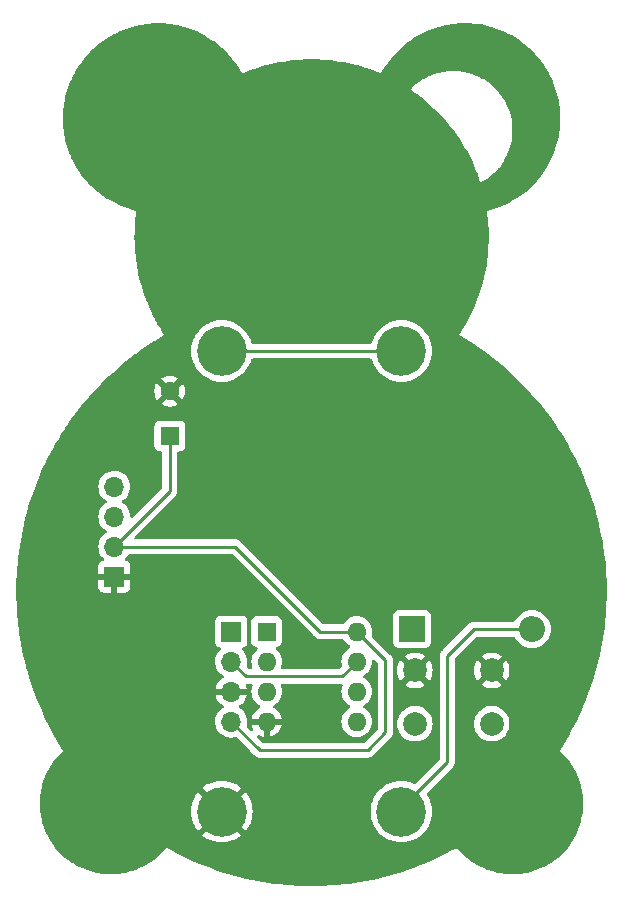
<source format=gbr>
%TF.GenerationSoftware,KiCad,Pcbnew,7.0.2-1.fc38*%
%TF.CreationDate,2023-05-30T17:38:37+02:00*%
%TF.ProjectId,Attiny_termometro,41747469-6e79-45f7-9465-726d6f6d6574,rev?*%
%TF.SameCoordinates,Original*%
%TF.FileFunction,Copper,L2,Bot*%
%TF.FilePolarity,Positive*%
%FSLAX46Y46*%
G04 Gerber Fmt 4.6, Leading zero omitted, Abs format (unit mm)*
G04 Created by KiCad (PCBNEW 7.0.2-1.fc38) date 2023-05-30 17:38:37*
%MOMM*%
%LPD*%
G01*
G04 APERTURE LIST*
%TA.AperFunction,ComponentPad*%
%ADD10R,1.700000X1.700000*%
%TD*%
%TA.AperFunction,ComponentPad*%
%ADD11O,1.700000X1.700000*%
%TD*%
%TA.AperFunction,ComponentPad*%
%ADD12C,2.000000*%
%TD*%
%TA.AperFunction,ComponentPad*%
%ADD13R,2.200000X2.200000*%
%TD*%
%TA.AperFunction,ComponentPad*%
%ADD14O,2.200000X2.200000*%
%TD*%
%TA.AperFunction,ComponentPad*%
%ADD15R,1.600000X1.600000*%
%TD*%
%TA.AperFunction,ComponentPad*%
%ADD16O,1.600000X1.600000*%
%TD*%
%TA.AperFunction,ComponentPad*%
%ADD17C,1.600000*%
%TD*%
%TA.AperFunction,ComponentPad*%
%ADD18C,4.200000*%
%TD*%
%TA.AperFunction,ViaPad*%
%ADD19C,0.800000*%
%TD*%
%TA.AperFunction,Conductor*%
%ADD20C,0.250000*%
%TD*%
G04 APERTURE END LIST*
D10*
%TO.P,Display1,1,Pin_1*%
%TO.N,GND*%
X68300000Y-103800000D03*
D11*
%TO.P,Display1,2,Pin_2*%
%TO.N,Net-(Attiny85-VCC)*%
X68300000Y-101260000D03*
%TO.P,Display1,3,Pin_3*%
%TO.N,Net-(Attiny85-PB2)*%
X68300000Y-98720000D03*
%TO.P,Display1,4,Pin_4*%
%TO.N,Net-(Attiny85-AREF{slash}PB0)*%
X68300000Y-96180000D03*
%TD*%
D12*
%TO.P,SW1,1,A*%
%TO.N,Net-(Attiny85-XTAL2{slash}PB4)*%
X100250000Y-116250000D03*
X93750000Y-116250000D03*
%TO.P,SW1,2,B*%
%TO.N,GND*%
X100250000Y-111750000D03*
X93750000Y-111750000D03*
%TD*%
D10*
%TO.P,BMP280,1,Pin_1*%
%TO.N,Net-(Attiny85-AREF{slash}PB0)*%
X78200000Y-108460000D03*
D11*
%TO.P,BMP280,2,Pin_2*%
%TO.N,Net-(Attiny85-PB2)*%
X78200000Y-111000000D03*
%TO.P,BMP280,3,Pin_3*%
%TO.N,GND*%
X78200000Y-113540000D03*
%TO.P,BMP280,4,Pin_4*%
%TO.N,Net-(Attiny85-VCC)*%
X78200000Y-116080000D03*
%TD*%
D13*
%TO.P,D1,1,K*%
%TO.N,Net-(Attiny85-VCC)*%
X93500000Y-108250000D03*
D14*
%TO.P,D1,2,A*%
%TO.N,Net-(D1-A)*%
X103660000Y-108250000D03*
%TD*%
D15*
%TO.P,Attiny85,1,~{RESET}/PB5*%
%TO.N,unconnected-(Attiny85-~{RESET}{slash}PB5-Pad1)*%
X81200000Y-108460000D03*
D16*
%TO.P,Attiny85,2,XTAL1/PB3*%
%TO.N,unconnected-(Attiny85-XTAL1{slash}PB3-Pad2)*%
X81200000Y-111000000D03*
%TO.P,Attiny85,3,XTAL2/PB4*%
%TO.N,Net-(Attiny85-XTAL2{slash}PB4)*%
X81200000Y-113540000D03*
%TO.P,Attiny85,4,GND*%
%TO.N,GND*%
X81200000Y-116080000D03*
%TO.P,Attiny85,5,AREF/PB0*%
%TO.N,Net-(Attiny85-AREF{slash}PB0)*%
X88820000Y-116080000D03*
%TO.P,Attiny85,6,PB1*%
%TO.N,unconnected-(Attiny85-PB1-Pad6)*%
X88820000Y-113540000D03*
%TO.P,Attiny85,7,PB2*%
%TO.N,Net-(Attiny85-PB2)*%
X88820000Y-111000000D03*
%TO.P,Attiny85,8,VCC*%
%TO.N,Net-(Attiny85-VCC)*%
X88820000Y-108460000D03*
%TD*%
D15*
%TO.P,C1,1*%
%TO.N,Net-(Attiny85-VCC)*%
X73000000Y-91900000D03*
D17*
%TO.P,C1,2*%
%TO.N,GND*%
X73000000Y-88100000D03*
%TD*%
D18*
%TO.P,SC1,1,+*%
%TO.N,Net-(D1-A)*%
X92600000Y-123700000D03*
%TO.P,SC1,2,-*%
%TO.N,Net-(SC1--)*%
X92600000Y-84700000D03*
%TD*%
%TO.P,SC2,1,+*%
%TO.N,Net-(SC1--)*%
X77400000Y-84700000D03*
%TO.P,SC2,2,-*%
%TO.N,GND*%
X77400000Y-123700000D03*
%TD*%
D19*
%TO.N,GND*%
X74000000Y-111000000D03*
X76000000Y-104500000D03*
X86500000Y-110500000D03*
X84000000Y-114500000D03*
%TD*%
D20*
%TO.N,Net-(Attiny85-PB2)*%
X79450000Y-112250000D02*
X78200000Y-111000000D01*
X88820000Y-111000000D02*
X87570000Y-112250000D01*
X87570000Y-112250000D02*
X79450000Y-112250000D01*
%TO.N,Net-(Attiny85-VCC)*%
X78200000Y-116080000D02*
X80620000Y-118500000D01*
X91250000Y-117000000D02*
X91250000Y-110890000D01*
X78540000Y-101260000D02*
X68300000Y-101260000D01*
X68300000Y-101260000D02*
X73000000Y-96560000D01*
X85740000Y-108460000D02*
X78540000Y-101260000D01*
X80620000Y-118500000D02*
X89750000Y-118500000D01*
X88820000Y-108460000D02*
X85740000Y-108460000D01*
X91250000Y-110890000D02*
X88820000Y-108460000D01*
X73000000Y-96560000D02*
X73000000Y-91900000D01*
X89750000Y-118500000D02*
X91250000Y-117000000D01*
%TO.N,Net-(D1-A)*%
X93000000Y-123000000D02*
X96500000Y-119500000D01*
X98750000Y-108250000D02*
X103660000Y-108250000D01*
X96500000Y-110500000D02*
X98750000Y-108250000D01*
X96500000Y-119500000D02*
X96500000Y-110500000D01*
%TO.N,Net-(SC1--)*%
X77400000Y-84700000D02*
X92600000Y-84700000D01*
%TD*%
%TA.AperFunction,Conductor*%
%TO.N,GND*%
G36*
X90317864Y-110844656D02*
G01*
X90332815Y-110857406D01*
X90353641Y-110878231D01*
X90588181Y-111112771D01*
X90621666Y-111174094D01*
X90624500Y-111200452D01*
X90624500Y-116689547D01*
X90604815Y-116756586D01*
X90588181Y-116777228D01*
X89527228Y-117838181D01*
X89465905Y-117871666D01*
X89439547Y-117874500D01*
X80930452Y-117874500D01*
X80863413Y-117854815D01*
X80842771Y-117838181D01*
X80421213Y-117416623D01*
X80387728Y-117355300D01*
X80392712Y-117285608D01*
X80434584Y-117229675D01*
X80500048Y-117205258D01*
X80561299Y-117216560D01*
X80753674Y-117306266D01*
X80949999Y-117358871D01*
X80950000Y-117358871D01*
X80950000Y-116395686D01*
X80961955Y-116407641D01*
X81074852Y-116465165D01*
X81168519Y-116480000D01*
X81231481Y-116480000D01*
X81325148Y-116465165D01*
X81438045Y-116407641D01*
X81450000Y-116395686D01*
X81450000Y-117358871D01*
X81646326Y-117306266D01*
X81852480Y-117210134D01*
X82038819Y-117079658D01*
X82199658Y-116918819D01*
X82330134Y-116732480D01*
X82426266Y-116526326D01*
X82478872Y-116330000D01*
X81515686Y-116330000D01*
X81527641Y-116318045D01*
X81585165Y-116205148D01*
X81604986Y-116080000D01*
X81585165Y-115954852D01*
X81527641Y-115841955D01*
X81515686Y-115830000D01*
X82478872Y-115830000D01*
X82478871Y-115829999D01*
X82426266Y-115633673D01*
X82330134Y-115427519D01*
X82199658Y-115241180D01*
X82038819Y-115080341D01*
X81852482Y-114949866D01*
X81794133Y-114922657D01*
X81741694Y-114876484D01*
X81722543Y-114809290D01*
X81742759Y-114742409D01*
X81794134Y-114697893D01*
X81852734Y-114670568D01*
X82039139Y-114540047D01*
X82200047Y-114379139D01*
X82330568Y-114192734D01*
X82426739Y-113986496D01*
X82485635Y-113766692D01*
X82505468Y-113540000D01*
X82485635Y-113313308D01*
X82426739Y-113093504D01*
X82407341Y-113051905D01*
X82396849Y-112982828D01*
X82425368Y-112919044D01*
X82483845Y-112880804D01*
X82519723Y-112875500D01*
X87487256Y-112875500D01*
X87514309Y-112878487D01*
X87525957Y-112881091D01*
X87524881Y-112885901D01*
X87562173Y-112895358D01*
X87609863Y-112946422D01*
X87622375Y-113015162D01*
X87611447Y-113054502D01*
X87593262Y-113093499D01*
X87534364Y-113313310D01*
X87514531Y-113540000D01*
X87534364Y-113766689D01*
X87593261Y-113986497D01*
X87689432Y-114192735D01*
X87819953Y-114379140D01*
X87980859Y-114540046D01*
X88058490Y-114594403D01*
X88167266Y-114670568D01*
X88225275Y-114697618D01*
X88277714Y-114743791D01*
X88296865Y-114810985D01*
X88276649Y-114877866D01*
X88225275Y-114922382D01*
X88167263Y-114949433D01*
X87980859Y-115079953D01*
X87819953Y-115240859D01*
X87689432Y-115427264D01*
X87593261Y-115633502D01*
X87534364Y-115853310D01*
X87514531Y-116080000D01*
X87534364Y-116306689D01*
X87593261Y-116526497D01*
X87689432Y-116732735D01*
X87819953Y-116919140D01*
X87980859Y-117080046D01*
X88167264Y-117210567D01*
X88167265Y-117210567D01*
X88167266Y-117210568D01*
X88373504Y-117306739D01*
X88593308Y-117365635D01*
X88744435Y-117378856D01*
X88819999Y-117385468D01*
X88819999Y-117385467D01*
X88820000Y-117385468D01*
X89046692Y-117365635D01*
X89266496Y-117306739D01*
X89472734Y-117210568D01*
X89659139Y-117080047D01*
X89820047Y-116919139D01*
X89950568Y-116732734D01*
X90046739Y-116526496D01*
X90105635Y-116306692D01*
X90125468Y-116080000D01*
X90105635Y-115853308D01*
X90046739Y-115633504D01*
X89950568Y-115427266D01*
X89932997Y-115402171D01*
X89820046Y-115240859D01*
X89659140Y-115079953D01*
X89472733Y-114949431D01*
X89414725Y-114922382D01*
X89362285Y-114876210D01*
X89343133Y-114809017D01*
X89363348Y-114742135D01*
X89414725Y-114697618D01*
X89472734Y-114670568D01*
X89659139Y-114540047D01*
X89820047Y-114379139D01*
X89950568Y-114192734D01*
X90046739Y-113986496D01*
X90105635Y-113766692D01*
X90125468Y-113540000D01*
X90105635Y-113313308D01*
X90046739Y-113093504D01*
X89950568Y-112887266D01*
X89949613Y-112885901D01*
X89820046Y-112700859D01*
X89659140Y-112539953D01*
X89472736Y-112409433D01*
X89414723Y-112382381D01*
X89362284Y-112336208D01*
X89343133Y-112269014D01*
X89363349Y-112202133D01*
X89414721Y-112157619D01*
X89472734Y-112130568D01*
X89659139Y-112000047D01*
X89820047Y-111839139D01*
X89950568Y-111652734D01*
X90046739Y-111446496D01*
X90105635Y-111226692D01*
X90125468Y-111000000D01*
X90121886Y-110959054D01*
X90121610Y-110955897D01*
X90135377Y-110887397D01*
X90183992Y-110837214D01*
X90252021Y-110821281D01*
X90317864Y-110844656D01*
G37*
%TD.AperFunction*%
%TA.AperFunction,Conductor*%
G36*
X79947316Y-112895185D02*
G01*
X79993071Y-112947989D01*
X80003015Y-113017147D01*
X79992659Y-113051905D01*
X79973261Y-113093502D01*
X79914364Y-113313310D01*
X79894531Y-113539999D01*
X79914364Y-113766689D01*
X79973261Y-113986497D01*
X80069432Y-114192735D01*
X80199953Y-114379140D01*
X80360859Y-114540046D01*
X80547264Y-114670567D01*
X80547265Y-114670567D01*
X80547266Y-114670568D01*
X80605865Y-114697893D01*
X80658304Y-114744065D01*
X80677456Y-114811259D01*
X80657240Y-114878140D01*
X80605866Y-114922656D01*
X80547522Y-114949863D01*
X80361180Y-115080341D01*
X80200341Y-115241180D01*
X80069865Y-115427519D01*
X79973733Y-115633673D01*
X79921128Y-115829999D01*
X79921128Y-115830000D01*
X80884314Y-115830000D01*
X80872359Y-115841955D01*
X80814835Y-115954852D01*
X80795014Y-116080000D01*
X80814835Y-116205148D01*
X80872359Y-116318045D01*
X80884314Y-116330000D01*
X79921128Y-116330000D01*
X79973733Y-116526326D01*
X80063439Y-116718700D01*
X80073931Y-116787778D01*
X80045411Y-116851562D01*
X79986935Y-116889801D01*
X79917067Y-116890356D01*
X79863376Y-116858786D01*
X79540237Y-116535647D01*
X79506752Y-116474324D01*
X79508143Y-116415872D01*
X79535063Y-116315408D01*
X79555659Y-116080000D01*
X79535063Y-115844592D01*
X79473903Y-115616337D01*
X79374035Y-115402171D01*
X79238495Y-115208599D01*
X79071401Y-115041505D01*
X78885402Y-114911267D01*
X78841780Y-114856692D01*
X78834587Y-114787193D01*
X78866109Y-114724839D01*
X78885405Y-114708119D01*
X79071078Y-114578109D01*
X79238106Y-114411081D01*
X79373600Y-114217576D01*
X79473430Y-114003492D01*
X79530636Y-113790000D01*
X78633686Y-113790000D01*
X78659493Y-113749844D01*
X78700000Y-113611889D01*
X78700000Y-113468111D01*
X78659493Y-113330156D01*
X78633686Y-113290000D01*
X79530636Y-113290000D01*
X79530635Y-113289999D01*
X79473430Y-113076507D01*
X79461958Y-113051905D01*
X79451466Y-112982828D01*
X79479985Y-112919044D01*
X79538462Y-112880804D01*
X79574340Y-112875500D01*
X79880277Y-112875500D01*
X79947316Y-112895185D01*
G37*
%TD.AperFunction*%
%TA.AperFunction,Conductor*%
G36*
X98229987Y-56944504D02*
G01*
X98236104Y-56944687D01*
X98537952Y-56961241D01*
X98787962Y-56979954D01*
X98793934Y-56980549D01*
X99091952Y-57017570D01*
X99094394Y-57017899D01*
X99342144Y-57054005D01*
X99347887Y-57054982D01*
X99642041Y-57112284D01*
X99644570Y-57112807D01*
X99889842Y-57166297D01*
X99895352Y-57167633D01*
X100184284Y-57244866D01*
X100186976Y-57245620D01*
X100395676Y-57306704D01*
X100428378Y-57316276D01*
X100433727Y-57317974D01*
X100716104Y-57414694D01*
X100718916Y-57415696D01*
X100955291Y-57503252D01*
X100960268Y-57505222D01*
X101235041Y-57621006D01*
X101237874Y-57622244D01*
X101467847Y-57726257D01*
X101472604Y-57728531D01*
X101485481Y-57735034D01*
X101738392Y-57862743D01*
X101741377Y-57864302D01*
X101963771Y-57984288D01*
X101968263Y-57986834D01*
X102223904Y-58138826D01*
X102226825Y-58140620D01*
X102440611Y-58276077D01*
X102444671Y-58278765D01*
X102689178Y-58447918D01*
X102692059Y-58449975D01*
X102896005Y-58600174D01*
X102899833Y-58603110D01*
X102983383Y-58669850D01*
X103131856Y-58788451D01*
X103134767Y-58790850D01*
X103327822Y-58955045D01*
X103331354Y-58958167D01*
X103440396Y-59058295D01*
X103549996Y-59158936D01*
X103552853Y-59161647D01*
X103734001Y-59338996D01*
X103737204Y-59342248D01*
X103941440Y-59557484D01*
X103944222Y-59560516D01*
X104112576Y-59750163D01*
X104115449Y-59753517D01*
X104304383Y-59982258D01*
X104307042Y-59985593D01*
X104461727Y-60186567D01*
X104464270Y-60189992D01*
X104637013Y-60431155D01*
X104639520Y-60434789D01*
X104779750Y-60646063D01*
X104781969Y-60649530D01*
X104937768Y-60902069D01*
X104940093Y-60905998D01*
X105065176Y-61126524D01*
X105067077Y-61130004D01*
X105205165Y-61392691D01*
X105207279Y-61396905D01*
X105316583Y-61625543D01*
X105318176Y-61629011D01*
X105437943Y-61900719D01*
X105439817Y-61905208D01*
X105532784Y-62140738D01*
X105534080Y-62144168D01*
X105634961Y-62423679D01*
X105636567Y-62428429D01*
X105712754Y-62669646D01*
X105713766Y-62673014D01*
X105795258Y-62959032D01*
X105796569Y-62964026D01*
X105855632Y-63209715D01*
X105856375Y-63213000D01*
X105918074Y-63504237D01*
X105919063Y-63509457D01*
X105960745Y-63758375D01*
X105961236Y-63761556D01*
X106002807Y-64056640D01*
X106003449Y-64062064D01*
X106027579Y-64312892D01*
X106027835Y-64315950D01*
X106049053Y-64613639D01*
X106049325Y-64619244D01*
X106055836Y-64870600D01*
X106055878Y-64873519D01*
X106056583Y-65172522D01*
X106056462Y-65178283D01*
X106045396Y-65428935D01*
X106045243Y-65431699D01*
X106025355Y-65730577D01*
X106024822Y-65736465D01*
X105996333Y-65985011D01*
X105996008Y-65987610D01*
X105955517Y-66285165D01*
X105954553Y-66291149D01*
X105908656Y-66537583D01*
X105847407Y-66833569D01*
X105845999Y-66839607D01*
X105783212Y-67081320D01*
X105701537Y-67373190D01*
X105699669Y-67379261D01*
X105620498Y-67614887D01*
X105518605Y-67901423D01*
X105516267Y-67907490D01*
X105421318Y-68135770D01*
X105299497Y-68415706D01*
X105296691Y-68421709D01*
X105186693Y-68641416D01*
X105045256Y-68913581D01*
X105041954Y-68919529D01*
X104917828Y-69129363D01*
X104757111Y-69392642D01*
X104753323Y-69398473D01*
X104616070Y-69597304D01*
X104436457Y-69850571D01*
X104432183Y-69856245D01*
X104283005Y-70042926D01*
X104084780Y-70285231D01*
X104080025Y-70290709D01*
X103920490Y-70463960D01*
X103703833Y-70694449D01*
X103698602Y-70699690D01*
X103530446Y-70858423D01*
X103295435Y-71076276D01*
X103289740Y-71081241D01*
X103115218Y-71224277D01*
X102861512Y-71428904D01*
X102855367Y-71433553D01*
X102677538Y-71559585D01*
X102404194Y-71750596D01*
X102397617Y-71754889D01*
X102220796Y-71862463D01*
X101925669Y-72039817D01*
X101918678Y-72043716D01*
X101750187Y-72130696D01*
X101428227Y-72295179D01*
X101420848Y-72298648D01*
X101275667Y-72361152D01*
X100914246Y-72515456D01*
X100906505Y-72518458D01*
X100826955Y-72546288D01*
X100388576Y-72698756D01*
X100380428Y-72701279D01*
X99851527Y-72845330D01*
X99848897Y-72845999D01*
X99850828Y-72856902D01*
X99884185Y-73135066D01*
X99938120Y-73591577D01*
X99938668Y-73597394D01*
X99963707Y-73952063D01*
X99989683Y-74349643D01*
X99989918Y-74355048D01*
X99997865Y-74722756D01*
X100002847Y-75109402D01*
X100002811Y-75114378D01*
X99992646Y-75487174D01*
X99977571Y-75868847D01*
X99977309Y-75873381D01*
X99948733Y-76248030D01*
X99913915Y-76626101D01*
X99913471Y-76630184D01*
X99866422Y-77004623D01*
X99812015Y-77379316D01*
X99811433Y-77382941D01*
X99746238Y-77754122D01*
X99745720Y-77756887D01*
X99672129Y-78126455D01*
X99671454Y-78129630D01*
X99588145Y-78497454D01*
X99587386Y-78500611D01*
X99494548Y-78865848D01*
X99493824Y-78868566D01*
X99392731Y-79231577D01*
X99391692Y-79235106D01*
X99279330Y-79596710D01*
X99160462Y-79954833D01*
X99159105Y-79958705D01*
X99027604Y-80314931D01*
X98891983Y-80665276D01*
X98890267Y-80669478D01*
X98739383Y-81020474D01*
X98587943Y-81361226D01*
X98585832Y-81365729D01*
X98414717Y-81712539D01*
X98249127Y-82040895D01*
X98246587Y-82045670D01*
X98051810Y-82393305D01*
X97876420Y-82702527D01*
X97873419Y-82707539D01*
X97628166Y-83096067D01*
X97499801Y-83298638D01*
X97495070Y-83302790D01*
X97476388Y-83335264D01*
X97473945Y-83339206D01*
X97473969Y-83339309D01*
X97478003Y-83341812D01*
X97502496Y-83358181D01*
X97517530Y-83365370D01*
X98100760Y-83716414D01*
X98298793Y-83835610D01*
X98302843Y-83838156D01*
X98878980Y-84215949D01*
X99113884Y-84370459D01*
X99117622Y-84373019D01*
X99589810Y-84709395D01*
X99617627Y-84729211D01*
X99908403Y-84937386D01*
X99911973Y-84940042D01*
X100372007Y-85295289D01*
X100680128Y-85534850D01*
X100683535Y-85537596D01*
X101115730Y-85898797D01*
X101427971Y-86162003D01*
X101431180Y-86164803D01*
X101840672Y-86534776D01*
X101969482Y-86652371D01*
X102150769Y-86817875D01*
X102153780Y-86820719D01*
X102208090Y-86873733D01*
X102543189Y-87200838D01*
X102572926Y-87230223D01*
X102847379Y-87501428D01*
X102850175Y-87504282D01*
X102991846Y-87653672D01*
X103220774Y-87895075D01*
X103516758Y-88211632D01*
X103519382Y-88214529D01*
X103617737Y-88326602D01*
X103862908Y-88605970D01*
X103871867Y-88616178D01*
X104157887Y-88947401D01*
X104160320Y-88950308D01*
X104495030Y-89362768D01*
X104639916Y-89544609D01*
X104764187Y-89700577D01*
X104769789Y-89707607D01*
X104772031Y-89710508D01*
X105081689Y-90123709D01*
X105089066Y-90133552D01*
X105351541Y-90491103D01*
X105353605Y-90494000D01*
X105652909Y-90927257D01*
X105902303Y-91296759D01*
X105904188Y-91299636D01*
X106185594Y-91742603D01*
X106349224Y-92006997D01*
X106421136Y-92123194D01*
X106422847Y-92126043D01*
X106686362Y-92578519D01*
X106907316Y-92969246D01*
X106908858Y-92972057D01*
X107154243Y-93433461D01*
X107360081Y-93833581D01*
X107361460Y-93836346D01*
X107588513Y-94306148D01*
X107778775Y-94714940D01*
X107779978Y-94717609D01*
X107988479Y-95195226D01*
X108162695Y-95611828D01*
X108163766Y-95614474D01*
X108353523Y-96099359D01*
X108383560Y-96180000D01*
X108511361Y-96523116D01*
X108512266Y-96525631D01*
X108680396Y-97009473D01*
X108683065Y-97017153D01*
X108824139Y-97447140D01*
X108824930Y-97449638D01*
X108976581Y-97947185D01*
X109100628Y-98382673D01*
X109101289Y-98385086D01*
X109233607Y-98888009D01*
X109340671Y-99329384D01*
X109355882Y-99397830D01*
X109453492Y-99837057D01*
X109454010Y-99839506D01*
X109543286Y-100283461D01*
X109636454Y-100795194D01*
X109636896Y-100797777D01*
X109708507Y-101244592D01*
X109781893Y-101759741D01*
X109782249Y-101762455D01*
X109836105Y-102211395D01*
X109889591Y-102729245D01*
X109889852Y-102732088D01*
X109925886Y-103182310D01*
X109959256Y-103700285D01*
X109959386Y-103702290D01*
X109959541Y-103705259D01*
X109977726Y-104155863D01*
X109991158Y-104677396D01*
X109991199Y-104680484D01*
X109991564Y-105130494D01*
X109984855Y-105653041D01*
X109984772Y-105656246D01*
X109967399Y-106104752D01*
X109940486Y-106627657D01*
X109940271Y-106630973D01*
X109905292Y-107077107D01*
X109858107Y-107599912D01*
X109857750Y-107603334D01*
X109805379Y-108045969D01*
X109737850Y-108568198D01*
X109737343Y-108571719D01*
X109667844Y-109009896D01*
X109579894Y-109531062D01*
X109579229Y-109534676D01*
X109492986Y-109967175D01*
X109384470Y-110487085D01*
X109383639Y-110490784D01*
X109281150Y-110916308D01*
X109151877Y-111434777D01*
X109150872Y-111438554D01*
X109032815Y-111855573D01*
X108882465Y-112372699D01*
X108881279Y-112376545D01*
X108748624Y-112783087D01*
X108576654Y-113299383D01*
X108575280Y-113303291D01*
X108429350Y-113697026D01*
X108234915Y-114213411D01*
X108233346Y-114217370D01*
X108076297Y-114594641D01*
X107857739Y-115113465D01*
X107855970Y-115117467D01*
X107691788Y-115471722D01*
X107445691Y-115998172D01*
X107443715Y-116002206D01*
X107280722Y-116320307D01*
X106999435Y-116866101D01*
X106997248Y-116870158D01*
X106859361Y-117114916D01*
X106520245Y-117714888D01*
X106517810Y-117719007D01*
X106018298Y-118528198D01*
X106011294Y-118537570D01*
X106011487Y-118539004D01*
X106021535Y-118547002D01*
X106355273Y-118872406D01*
X106362139Y-118879663D01*
X106577117Y-119126050D01*
X106578972Y-119128175D01*
X106632194Y-119189546D01*
X106677107Y-119241336D01*
X106683122Y-119248842D01*
X106859572Y-119487421D01*
X106967834Y-119635355D01*
X106973078Y-119643119D01*
X107122236Y-119883059D01*
X107139575Y-119911395D01*
X107225465Y-120051759D01*
X107229929Y-120059695D01*
X107355711Y-120303937D01*
X107448271Y-120487743D01*
X107451974Y-120495801D01*
X107555813Y-120744906D01*
X107634786Y-120940432D01*
X107637733Y-120948529D01*
X107720149Y-121202032D01*
X107783764Y-121406791D01*
X107785975Y-121414857D01*
X107847160Y-121671866D01*
X107894223Y-121883721D01*
X107895722Y-121891694D01*
X107935746Y-122151083D01*
X107938245Y-122169352D01*
X107965429Y-122368062D01*
X107966246Y-122375880D01*
X107985155Y-122636321D01*
X107996910Y-122856562D01*
X107997082Y-122864168D01*
X107994975Y-123122939D01*
X107994926Y-123125562D01*
X107988466Y-123345965D01*
X107988031Y-123353324D01*
X107965168Y-123610215D01*
X107964880Y-123613075D01*
X107940155Y-123833022D01*
X107939157Y-123840073D01*
X107895797Y-124093615D01*
X107895231Y-124096687D01*
X107852304Y-124314516D01*
X107850789Y-124321219D01*
X107787308Y-124569835D01*
X107786429Y-124573093D01*
X107725499Y-124787230D01*
X107723517Y-124793548D01*
X107640383Y-125035768D01*
X107639157Y-125039178D01*
X107560597Y-125247991D01*
X107558201Y-125253895D01*
X107455973Y-125488308D01*
X107454369Y-125491834D01*
X107358694Y-125693760D01*
X107355937Y-125699226D01*
X107235300Y-125924391D01*
X107233292Y-125927993D01*
X107121151Y-126121552D01*
X107118088Y-126126563D01*
X106979810Y-126341124D01*
X106977376Y-126344757D01*
X106849541Y-126528543D01*
X106846227Y-126533085D01*
X106691228Y-126735672D01*
X106688351Y-126739291D01*
X106545667Y-126912038D01*
X106542156Y-126916105D01*
X106371427Y-127105462D01*
X106368094Y-127109016D01*
X106211589Y-127269447D01*
X106207936Y-127273040D01*
X106022531Y-127448016D01*
X106018734Y-127451454D01*
X105849529Y-127598413D01*
X105845796Y-127601529D01*
X105827216Y-127616427D01*
X105646877Y-127761024D01*
X105642614Y-127764292D01*
X105461890Y-127896759D01*
X105458110Y-127899423D01*
X105246934Y-128042421D01*
X105242209Y-128045467D01*
X105051269Y-128162503D01*
X105047500Y-128164722D01*
X104825367Y-128290322D01*
X104820188Y-128293091D01*
X104620411Y-128393880D01*
X104616700Y-128395675D01*
X104384990Y-128503064D01*
X104379373Y-128505501D01*
X104172202Y-128589358D01*
X104168589Y-128590755D01*
X103928701Y-128679238D01*
X103922668Y-128681289D01*
X103709640Y-128747649D01*
X103706165Y-128748676D01*
X103459552Y-128817661D01*
X103453129Y-128819274D01*
X103235793Y-128867725D01*
X103232490Y-128868414D01*
X102980663Y-128917402D01*
X102973885Y-128918527D01*
X102753892Y-128948792D01*
X102750791Y-128949179D01*
X102495207Y-128977799D01*
X102488110Y-128978388D01*
X102267090Y-128990352D01*
X102264219Y-128990474D01*
X102006412Y-128998442D01*
X101999041Y-128998450D01*
X101778729Y-128992157D01*
X101776106Y-128992055D01*
X101517565Y-128979190D01*
X101509969Y-128978577D01*
X101290799Y-128954106D01*
X101096838Y-128928682D01*
X101031873Y-128920166D01*
X101024126Y-128918899D01*
X100809240Y-128876719D01*
X100552581Y-128821757D01*
X100544715Y-128819801D01*
X100335957Y-128760571D01*
X100094073Y-128687975D01*
X100082905Y-128684623D01*
X100074980Y-128681950D01*
X99874222Y-128606592D01*
X99625920Y-128509657D01*
X99618008Y-128506247D01*
X99427380Y-128416100D01*
X99306910Y-128357488D01*
X99184682Y-128298020D01*
X99176862Y-128293863D01*
X98998781Y-128190866D01*
X98762153Y-128051129D01*
X98754485Y-128046211D01*
X98592066Y-127933418D01*
X98361136Y-127770621D01*
X98353702Y-127764948D01*
X98212200Y-127648249D01*
X98152388Y-127598413D01*
X97984283Y-127458345D01*
X97977147Y-127451914D01*
X97869933Y-127347479D01*
X97634285Y-127116548D01*
X97627435Y-127109271D01*
X97321892Y-126757292D01*
X97314509Y-126746827D01*
X97313029Y-126746535D01*
X97303315Y-126752966D01*
X96714147Y-127071853D01*
X96471714Y-127202840D01*
X96467591Y-127204968D01*
X95963873Y-127453247D01*
X95599737Y-127631730D01*
X95595699Y-127633620D01*
X95106369Y-127852018D01*
X94711739Y-128026415D01*
X94707799Y-128028075D01*
X94220691Y-128223556D01*
X93809103Y-128386279D01*
X93805272Y-128387721D01*
X93316649Y-128562480D01*
X92893210Y-128710777D01*
X92889499Y-128712011D01*
X92398002Y-128866920D01*
X91965436Y-128999425D01*
X91961855Y-129000464D01*
X91467125Y-129135876D01*
X91027145Y-129251803D01*
X91023703Y-129252658D01*
X90525792Y-129368720D01*
X90079816Y-129467514D01*
X90076522Y-129468196D01*
X89575676Y-129564963D01*
X89124881Y-129646240D01*
X89121743Y-129646764D01*
X88618331Y-129724238D01*
X88163718Y-129787726D01*
X88160744Y-129788104D01*
X87655318Y-129846253D01*
X87197879Y-129891749D01*
X87195074Y-129891995D01*
X86688094Y-129930798D01*
X86385574Y-129948823D01*
X86228728Y-129958168D01*
X86226141Y-129958294D01*
X85718216Y-129977722D01*
X85375791Y-129984533D01*
X85256651Y-129986902D01*
X85002408Y-129986921D01*
X84747121Y-129986941D01*
X84285528Y-129977829D01*
X83777686Y-129958481D01*
X83775056Y-129958353D01*
X83315615Y-129931049D01*
X82808711Y-129892330D01*
X82805905Y-129892083D01*
X82348407Y-129846651D01*
X81842977Y-129788579D01*
X81840003Y-129788201D01*
X81385402Y-129724785D01*
X80881991Y-129647389D01*
X80878853Y-129646865D01*
X80428031Y-129565654D01*
X79927173Y-129468964D01*
X79923879Y-129468281D01*
X79477886Y-129369554D01*
X78979902Y-129253552D01*
X78976461Y-129252698D01*
X78536573Y-129136867D01*
X78041777Y-129001517D01*
X78038195Y-129000480D01*
X77605655Y-128868054D01*
X77114024Y-128713184D01*
X77110312Y-128711950D01*
X77078148Y-128700691D01*
X76809336Y-128606592D01*
X76687007Y-128563770D01*
X76280108Y-128418311D01*
X76198249Y-128389047D01*
X76194427Y-128387610D01*
X75782856Y-128224965D01*
X75295669Y-128029538D01*
X75291729Y-128027878D01*
X74897132Y-127853567D01*
X74407715Y-127635219D01*
X74403677Y-127633330D01*
X74039770Y-127455027D01*
X73535817Y-127206727D01*
X73531684Y-127204593D01*
X73247617Y-127051131D01*
X72754173Y-126784151D01*
X72737143Y-126767252D01*
X72709276Y-126756846D01*
X72691326Y-126746660D01*
X72690724Y-126747414D01*
X72687572Y-126751195D01*
X72375386Y-127110910D01*
X72368539Y-127118185D01*
X72133175Y-127348901D01*
X72025645Y-127453672D01*
X72018503Y-127460110D01*
X71790669Y-127650008D01*
X71649056Y-127766837D01*
X71641612Y-127772519D01*
X71410769Y-127935320D01*
X71248227Y-128048243D01*
X71240556Y-128053165D01*
X71004057Y-128192895D01*
X70825796Y-128296045D01*
X70817970Y-128300207D01*
X70575369Y-128418311D01*
X70384616Y-128508573D01*
X70376707Y-128511984D01*
X70128426Y-128608985D01*
X69927591Y-128684433D01*
X69919668Y-128687108D01*
X69666654Y-128763124D01*
X69457767Y-128822455D01*
X69449898Y-128824414D01*
X69193292Y-128879448D01*
X68978310Y-128921718D01*
X68970554Y-128922989D01*
X68711621Y-128957018D01*
X68492354Y-128981575D01*
X68484773Y-128982189D01*
X68226250Y-128995146D01*
X68223629Y-128995249D01*
X68003162Y-129001628D01*
X67995792Y-129001622D01*
X67738022Y-128993753D01*
X67735153Y-128993632D01*
X67513997Y-128981749D01*
X67506901Y-128981163D01*
X67251340Y-128952650D01*
X67248241Y-128952265D01*
X67028090Y-128922073D01*
X67021312Y-128920951D01*
X66769455Y-128872069D01*
X66766154Y-128871382D01*
X66548705Y-128823007D01*
X66542289Y-128821398D01*
X66509425Y-128812222D01*
X66295604Y-128752515D01*
X66292131Y-128751490D01*
X66079008Y-128685211D01*
X66072975Y-128683164D01*
X65833008Y-128594782D01*
X65829396Y-128593387D01*
X65622104Y-128509600D01*
X65616488Y-128507167D01*
X65384704Y-128399887D01*
X65380993Y-128398094D01*
X65181089Y-128297372D01*
X65175909Y-128294606D01*
X64953652Y-128169091D01*
X64949884Y-128166875D01*
X64758837Y-128049917D01*
X64754111Y-128046874D01*
X64542842Y-127903984D01*
X64539062Y-127901324D01*
X64358180Y-127768901D01*
X64353916Y-127765635D01*
X64260497Y-127690820D01*
X64154876Y-127606232D01*
X64151164Y-127603137D01*
X63981784Y-127456202D01*
X63977985Y-127452767D01*
X63792449Y-127277879D01*
X63788810Y-127274305D01*
X63632148Y-127113912D01*
X63628828Y-127110376D01*
X63457938Y-126921081D01*
X63454426Y-126917017D01*
X63311576Y-126744296D01*
X63308698Y-126740681D01*
X63153579Y-126538212D01*
X63150262Y-126533674D01*
X63146688Y-126528543D01*
X63022166Y-126349777D01*
X63019786Y-126346226D01*
X62881359Y-126131753D01*
X62878318Y-126126787D01*
X62765953Y-125933154D01*
X62763971Y-125929603D01*
X62643155Y-125704488D01*
X62640414Y-125699063D01*
X62544519Y-125497049D01*
X62542924Y-125493546D01*
X62440532Y-125259225D01*
X62438142Y-125253352D01*
X62359359Y-125044421D01*
X62358138Y-125041030D01*
X62356328Y-125035768D01*
X62274819Y-124798866D01*
X62272849Y-124792602D01*
X62211692Y-124578295D01*
X62210843Y-124575154D01*
X62147287Y-124327054D01*
X62147160Y-124326558D01*
X62145640Y-124319860D01*
X62140951Y-124296170D01*
X62102490Y-124101817D01*
X62101956Y-124098927D01*
X62058379Y-123845348D01*
X62057382Y-123838343D01*
X62042139Y-123703736D01*
X74795474Y-123703736D01*
X74814013Y-124010226D01*
X74814915Y-124017656D01*
X74870262Y-124319676D01*
X74872050Y-124326932D01*
X74963402Y-124620088D01*
X74966047Y-124627064D01*
X75092070Y-124907074D01*
X75095544Y-124913694D01*
X75254394Y-125176463D01*
X75258640Y-125182615D01*
X75392707Y-125353737D01*
X76176388Y-124570055D01*
X76292632Y-124719404D01*
X76475523Y-124887768D01*
X76530116Y-124923435D01*
X75746261Y-125707291D01*
X75746261Y-125707292D01*
X75917380Y-125841356D01*
X75923541Y-125845609D01*
X76186305Y-126004455D01*
X76192925Y-126007929D01*
X76472935Y-126133952D01*
X76479911Y-126136597D01*
X76773067Y-126227949D01*
X76780323Y-126229737D01*
X77082343Y-126285084D01*
X77089773Y-126285986D01*
X77396264Y-126304526D01*
X77403736Y-126304526D01*
X77710226Y-126285986D01*
X77717656Y-126285084D01*
X78019676Y-126229737D01*
X78026932Y-126227949D01*
X78320088Y-126136597D01*
X78327064Y-126133952D01*
X78607074Y-126007929D01*
X78613694Y-126004455D01*
X78876458Y-125845609D01*
X78882621Y-125841354D01*
X79053737Y-125707291D01*
X78269882Y-124923435D01*
X78324477Y-124887768D01*
X78507368Y-124719404D01*
X78623610Y-124570056D01*
X79407291Y-125353737D01*
X79541354Y-125182621D01*
X79545609Y-125176458D01*
X79704455Y-124913694D01*
X79707929Y-124907074D01*
X79833952Y-124627064D01*
X79836597Y-124620088D01*
X79927949Y-124326932D01*
X79929737Y-124319676D01*
X79985084Y-124017656D01*
X79985986Y-124010226D01*
X80004526Y-123703736D01*
X80004526Y-123700000D01*
X89994747Y-123700000D01*
X89994973Y-123703736D01*
X90013515Y-124010290D01*
X90013516Y-124010303D01*
X90013742Y-124014029D01*
X90014416Y-124017711D01*
X90014417Y-124017713D01*
X90069776Y-124319798D01*
X90069778Y-124319807D01*
X90070451Y-124323478D01*
X90164046Y-124623835D01*
X90293163Y-124910721D01*
X90455919Y-125179952D01*
X90649940Y-125427602D01*
X90872398Y-125650060D01*
X91120048Y-125844081D01*
X91389279Y-126006837D01*
X91676165Y-126135954D01*
X91976522Y-126229549D01*
X92285971Y-126286258D01*
X92600000Y-126305253D01*
X92914029Y-126286258D01*
X93223478Y-126229549D01*
X93523835Y-126135954D01*
X93810721Y-126006837D01*
X94079952Y-125844081D01*
X94327602Y-125650060D01*
X94550060Y-125427602D01*
X94744081Y-125179952D01*
X94906837Y-124910721D01*
X95035954Y-124623835D01*
X95129549Y-124323478D01*
X95186258Y-124014029D01*
X95205253Y-123700000D01*
X95186258Y-123385971D01*
X95129549Y-123076522D01*
X95035954Y-122776165D01*
X94906837Y-122489279D01*
X94764370Y-122253611D01*
X94746535Y-122186057D01*
X94768053Y-122119584D01*
X94782801Y-122101787D01*
X96883789Y-120000800D01*
X96899885Y-119987906D01*
X96901873Y-119985787D01*
X96901877Y-119985786D01*
X96947949Y-119936723D01*
X96950534Y-119934055D01*
X96970120Y-119914471D01*
X96972585Y-119911292D01*
X96980167Y-119902416D01*
X96995257Y-119886347D01*
X97010062Y-119870582D01*
X97019717Y-119853018D01*
X97030394Y-119836764D01*
X97042673Y-119820936D01*
X97060018Y-119780852D01*
X97065160Y-119770356D01*
X97086197Y-119732092D01*
X97091179Y-119712684D01*
X97097481Y-119694280D01*
X97105437Y-119675896D01*
X97112269Y-119632752D01*
X97114633Y-119621338D01*
X97125500Y-119579019D01*
X97125500Y-119558982D01*
X97127027Y-119539584D01*
X97130160Y-119519804D01*
X97126050Y-119476324D01*
X97125500Y-119464655D01*
X97125500Y-116250000D01*
X98744356Y-116250000D01*
X98764891Y-116497816D01*
X98764891Y-116497819D01*
X98764892Y-116497821D01*
X98825937Y-116738881D01*
X98870960Y-116841523D01*
X98925825Y-116966604D01*
X98925827Y-116966607D01*
X99061836Y-117174785D01*
X99230256Y-117357738D01*
X99269320Y-117388143D01*
X99426485Y-117510470D01*
X99426487Y-117510471D01*
X99426491Y-117510474D01*
X99645190Y-117628828D01*
X99880386Y-117709571D01*
X100125665Y-117750500D01*
X100374335Y-117750500D01*
X100619614Y-117709571D01*
X100854810Y-117628828D01*
X101073509Y-117510474D01*
X101269744Y-117357738D01*
X101438164Y-117174785D01*
X101574173Y-116966607D01*
X101674063Y-116738881D01*
X101735108Y-116497821D01*
X101755643Y-116250000D01*
X101735108Y-116002179D01*
X101674063Y-115761119D01*
X101574173Y-115533393D01*
X101438164Y-115325215D01*
X101269744Y-115142262D01*
X101190188Y-115080341D01*
X101073514Y-114989529D01*
X101073510Y-114989526D01*
X101073509Y-114989526D01*
X100854810Y-114871172D01*
X100854806Y-114871170D01*
X100854805Y-114871170D01*
X100619615Y-114790429D01*
X100374335Y-114749500D01*
X100125665Y-114749500D01*
X99880384Y-114790429D01*
X99645194Y-114871170D01*
X99645190Y-114871171D01*
X99645190Y-114871172D01*
X99601993Y-114894549D01*
X99426485Y-114989529D01*
X99230259Y-115142259D01*
X99230256Y-115142261D01*
X99230256Y-115142262D01*
X99169189Y-115208599D01*
X99061837Y-115325214D01*
X98925825Y-115533395D01*
X98861519Y-115680000D01*
X98825937Y-115761119D01*
X98802591Y-115853310D01*
X98764891Y-116002183D01*
X98744356Y-116250000D01*
X97125500Y-116250000D01*
X97125500Y-111750000D01*
X98744858Y-111750000D01*
X98765386Y-111997732D01*
X98826413Y-112238721D01*
X98926268Y-112466370D01*
X99026563Y-112619882D01*
X99026564Y-112619882D01*
X99724070Y-111922376D01*
X99726884Y-111935915D01*
X99796442Y-112070156D01*
X99899638Y-112180652D01*
X100028819Y-112259209D01*
X100080002Y-112273549D01*
X99379942Y-112973609D01*
X99379942Y-112973610D01*
X99426766Y-113010055D01*
X99645393Y-113128368D01*
X99880506Y-113209083D01*
X100125707Y-113250000D01*
X100374293Y-113250000D01*
X100619493Y-113209083D01*
X100854606Y-113128368D01*
X101073233Y-113010053D01*
X101120056Y-112973609D01*
X100421568Y-112275121D01*
X100538458Y-112224349D01*
X100655739Y-112128934D01*
X100742928Y-112005415D01*
X100773355Y-111919801D01*
X101473434Y-112619882D01*
X101573730Y-112466369D01*
X101673586Y-112238721D01*
X101734613Y-111997732D01*
X101755141Y-111750000D01*
X101734613Y-111502267D01*
X101673586Y-111261278D01*
X101573730Y-111033630D01*
X101473434Y-110880116D01*
X100775928Y-111577621D01*
X100773116Y-111564085D01*
X100703558Y-111429844D01*
X100600362Y-111319348D01*
X100471181Y-111240791D01*
X100419997Y-111226450D01*
X101120057Y-110526390D01*
X101120056Y-110526388D01*
X101073235Y-110489947D01*
X100854606Y-110371631D01*
X100619493Y-110290916D01*
X100374293Y-110250000D01*
X100125707Y-110250000D01*
X99880506Y-110290916D01*
X99645393Y-110371631D01*
X99426764Y-110489946D01*
X99379942Y-110526388D01*
X99379942Y-110526390D01*
X100078431Y-111224878D01*
X99961542Y-111275651D01*
X99844261Y-111371066D01*
X99757072Y-111494585D01*
X99726645Y-111580197D01*
X99026564Y-110880116D01*
X98926266Y-111033634D01*
X98826413Y-111261278D01*
X98765386Y-111502267D01*
X98744858Y-111750000D01*
X97125500Y-111750000D01*
X97125500Y-110810451D01*
X97145185Y-110743412D01*
X97161819Y-110722770D01*
X98972771Y-108911819D01*
X99034094Y-108878334D01*
X99060452Y-108875500D01*
X102103867Y-108875500D01*
X102170906Y-108895185D01*
X102216661Y-108947989D01*
X102218427Y-108952046D01*
X102229532Y-108978857D01*
X102306947Y-109105185D01*
X102361164Y-109193659D01*
X102524776Y-109385224D01*
X102716341Y-109548836D01*
X102931141Y-109680466D01*
X103163889Y-109776873D01*
X103408852Y-109835683D01*
X103660000Y-109855449D01*
X103911148Y-109835683D01*
X104156111Y-109776873D01*
X104388859Y-109680466D01*
X104603659Y-109548836D01*
X104795224Y-109385224D01*
X104958836Y-109193659D01*
X105090466Y-108978859D01*
X105186873Y-108746111D01*
X105245683Y-108501148D01*
X105265449Y-108250000D01*
X105245683Y-107998852D01*
X105186873Y-107753889D01*
X105090466Y-107521141D01*
X104958836Y-107306341D01*
X104795224Y-107114776D01*
X104603659Y-106951164D01*
X104388859Y-106819534D01*
X104251236Y-106762529D01*
X104156110Y-106723126D01*
X103911149Y-106664317D01*
X103722882Y-106649500D01*
X103660000Y-106644551D01*
X103659999Y-106644551D01*
X103408850Y-106664317D01*
X103163889Y-106723126D01*
X102931139Y-106819535D01*
X102716342Y-106951163D01*
X102524776Y-107114776D01*
X102361163Y-107306342D01*
X102229532Y-107521142D01*
X102218427Y-107547954D01*
X102174586Y-107602357D01*
X102108291Y-107624421D01*
X102103867Y-107624500D01*
X98832744Y-107624500D01*
X98812236Y-107622235D01*
X98742113Y-107624439D01*
X98738219Y-107624500D01*
X98710650Y-107624500D01*
X98706794Y-107624986D01*
X98706791Y-107624987D01*
X98706735Y-107624994D01*
X98706662Y-107625003D01*
X98695043Y-107625917D01*
X98651372Y-107627289D01*
X98632128Y-107632880D01*
X98613084Y-107636824D01*
X98593208Y-107639335D01*
X98552600Y-107655413D01*
X98541554Y-107659194D01*
X98532707Y-107661765D01*
X98499608Y-107671382D01*
X98482355Y-107681585D01*
X98464892Y-107690139D01*
X98446268Y-107697513D01*
X98410934Y-107723183D01*
X98401177Y-107729592D01*
X98363581Y-107751827D01*
X98349410Y-107765998D01*
X98334622Y-107778628D01*
X98318413Y-107790405D01*
X98290572Y-107824058D01*
X98282711Y-107832696D01*
X96116208Y-109999199D01*
X96100110Y-110012096D01*
X96052096Y-110063225D01*
X96049392Y-110066016D01*
X96032628Y-110082780D01*
X96032621Y-110082787D01*
X96029880Y-110085529D01*
X96027499Y-110088597D01*
X96027490Y-110088608D01*
X96027411Y-110088711D01*
X96019842Y-110097572D01*
X95989935Y-110129420D01*
X95980285Y-110146974D01*
X95969609Y-110163228D01*
X95957326Y-110179063D01*
X95939975Y-110219158D01*
X95934838Y-110229644D01*
X95913802Y-110267907D01*
X95908821Y-110287309D01*
X95902520Y-110305711D01*
X95894561Y-110324102D01*
X95887728Y-110367243D01*
X95885361Y-110378675D01*
X95874500Y-110420982D01*
X95874499Y-110441020D01*
X95872973Y-110460405D01*
X95869839Y-110480193D01*
X95873950Y-110523673D01*
X95874500Y-110535343D01*
X95874500Y-119189546D01*
X95854815Y-119256585D01*
X95838181Y-119277227D01*
X93810228Y-121305179D01*
X93748905Y-121338664D01*
X93679213Y-121333680D01*
X93671656Y-121330574D01*
X93527246Y-121265581D01*
X93527243Y-121265580D01*
X93523835Y-121264046D01*
X93338586Y-121206320D01*
X93227054Y-121171565D01*
X93227048Y-121171563D01*
X93223478Y-121170451D01*
X93219807Y-121169778D01*
X93219798Y-121169776D01*
X92917713Y-121114417D01*
X92917711Y-121114416D01*
X92914029Y-121113742D01*
X92910303Y-121113516D01*
X92910290Y-121113515D01*
X92603736Y-121094973D01*
X92600000Y-121094747D01*
X92596264Y-121094973D01*
X92289709Y-121113515D01*
X92289694Y-121113516D01*
X92285971Y-121113742D01*
X92282290Y-121114416D01*
X92282286Y-121114417D01*
X91980201Y-121169776D01*
X91980188Y-121169779D01*
X91976522Y-121170451D01*
X91972954Y-121171562D01*
X91972945Y-121171565D01*
X91679742Y-121262931D01*
X91679736Y-121262933D01*
X91676165Y-121264046D01*
X91672756Y-121265580D01*
X91672754Y-121265581D01*
X91392693Y-121391626D01*
X91392686Y-121391629D01*
X91389279Y-121393163D01*
X91386086Y-121395092D01*
X91386073Y-121395100D01*
X91123252Y-121553982D01*
X91120048Y-121555919D01*
X91117106Y-121558223D01*
X91117100Y-121558228D01*
X90875349Y-121747628D01*
X90872398Y-121749940D01*
X90869752Y-121752585D01*
X90869744Y-121752593D01*
X90652593Y-121969744D01*
X90652585Y-121969752D01*
X90649940Y-121972398D01*
X90647628Y-121975348D01*
X90647628Y-121975349D01*
X90458228Y-122217100D01*
X90458223Y-122217106D01*
X90455919Y-122220048D01*
X90453982Y-122223250D01*
X90453982Y-122223252D01*
X90295100Y-122486073D01*
X90295092Y-122486086D01*
X90293163Y-122489279D01*
X90291629Y-122492686D01*
X90291626Y-122492693D01*
X90224747Y-122641293D01*
X90164046Y-122776165D01*
X90162933Y-122779736D01*
X90162931Y-122779742D01*
X90071565Y-123072945D01*
X90071562Y-123072954D01*
X90070451Y-123076522D01*
X90069779Y-123080188D01*
X90069776Y-123080201D01*
X90018768Y-123358546D01*
X90013742Y-123385971D01*
X90013516Y-123389694D01*
X90013515Y-123389709D01*
X90004564Y-123537698D01*
X89994747Y-123700000D01*
X80004526Y-123700000D01*
X80004526Y-123696263D01*
X79985986Y-123389773D01*
X79985084Y-123382343D01*
X79929737Y-123080323D01*
X79927949Y-123073067D01*
X79836597Y-122779911D01*
X79833952Y-122772935D01*
X79707929Y-122492925D01*
X79704455Y-122486305D01*
X79545609Y-122223541D01*
X79541356Y-122217380D01*
X79407291Y-122046261D01*
X78623609Y-122829942D01*
X78507368Y-122680596D01*
X78324477Y-122512232D01*
X78269882Y-122476563D01*
X79053737Y-121692707D01*
X79053737Y-121692706D01*
X78882615Y-121558640D01*
X78876463Y-121554394D01*
X78613694Y-121395544D01*
X78607074Y-121392070D01*
X78327064Y-121266047D01*
X78320088Y-121263402D01*
X78026932Y-121172050D01*
X78019676Y-121170262D01*
X77717656Y-121114915D01*
X77710226Y-121114013D01*
X77403736Y-121095474D01*
X77396264Y-121095474D01*
X77089773Y-121114013D01*
X77082343Y-121114915D01*
X76780323Y-121170262D01*
X76773067Y-121172050D01*
X76479911Y-121263402D01*
X76472935Y-121266047D01*
X76192925Y-121392070D01*
X76186305Y-121395544D01*
X75923536Y-121554394D01*
X75917384Y-121558640D01*
X75746261Y-121692706D01*
X75746261Y-121692707D01*
X76530117Y-122476563D01*
X76475523Y-122512232D01*
X76292632Y-122680596D01*
X76176389Y-122829943D01*
X75392707Y-122046261D01*
X75392706Y-122046261D01*
X75258640Y-122217384D01*
X75254394Y-122223536D01*
X75095544Y-122486305D01*
X75092070Y-122492925D01*
X74966047Y-122772935D01*
X74963402Y-122779911D01*
X74872050Y-123073067D01*
X74870262Y-123080323D01*
X74814915Y-123382343D01*
X74814013Y-123389773D01*
X74795474Y-123696263D01*
X74795474Y-123703736D01*
X62042139Y-123703736D01*
X62032455Y-123618226D01*
X62032178Y-123615503D01*
X62009091Y-123358500D01*
X62008655Y-123351233D01*
X62002001Y-123130639D01*
X62001953Y-123128133D01*
X61999624Y-122869263D01*
X61999790Y-122861655D01*
X62011357Y-122641340D01*
X62030044Y-122380776D01*
X62030839Y-122373114D01*
X62060347Y-122155963D01*
X62100151Y-121896446D01*
X62101620Y-121888598D01*
X62148527Y-121676517D01*
X62209481Y-121419416D01*
X62211658Y-121411445D01*
X62275129Y-121206460D01*
X62357311Y-120952856D01*
X62360219Y-120944843D01*
X62439057Y-120749099D01*
X62542677Y-120499835D01*
X62546338Y-120491848D01*
X62638753Y-120307870D01*
X62764338Y-120063407D01*
X62768747Y-120055549D01*
X62871917Y-119886559D01*
X63020827Y-119646470D01*
X63025989Y-119638809D01*
X63134230Y-119490576D01*
X63310416Y-119251829D01*
X63316382Y-119244369D01*
X63414512Y-119130965D01*
X63631086Y-118882209D01*
X63637926Y-118874965D01*
X63971283Y-118549216D01*
X63981320Y-118541226D01*
X63981543Y-118539558D01*
X63974553Y-118530219D01*
X63729210Y-118132695D01*
X63474916Y-117720668D01*
X63472504Y-117716586D01*
X63134524Y-117118495D01*
X63132976Y-117115756D01*
X62995387Y-116871475D01*
X62993199Y-116867417D01*
X62952165Y-116787778D01*
X62790660Y-116474324D01*
X62711654Y-116320988D01*
X62588202Y-116080000D01*
X62548779Y-116003042D01*
X62546835Y-115999071D01*
X62300385Y-115471722D01*
X62279905Y-115427519D01*
X62136460Y-115117924D01*
X62134714Y-115113977D01*
X61915888Y-114594357D01*
X61759003Y-114217362D01*
X61757454Y-114213453D01*
X61589295Y-113766689D01*
X61562889Y-113696534D01*
X61504893Y-113539999D01*
X61416995Y-113302757D01*
X61415658Y-113298953D01*
X61243580Y-112782115D01*
X61110994Y-112375610D01*
X61109811Y-112371771D01*
X61099476Y-112336208D01*
X60959411Y-111854220D01*
X60929922Y-111750000D01*
X60841390Y-111437120D01*
X60840418Y-111433467D01*
X60711113Y-110914566D01*
X60608650Y-110488896D01*
X60607847Y-110485320D01*
X60499322Y-109964993D01*
X60413103Y-109532295D01*
X60412479Y-109528898D01*
X60326682Y-109020023D01*
X60324524Y-109007223D01*
X60255085Y-108569000D01*
X60254583Y-108565516D01*
X60187089Y-108042920D01*
X60183614Y-108013502D01*
X60134757Y-107600024D01*
X60134421Y-107596793D01*
X60087287Y-107073607D01*
X60052365Y-106627274D01*
X60052164Y-106624173D01*
X60025312Y-106100744D01*
X60008008Y-105652042D01*
X60007931Y-105649055D01*
X60001309Y-105126085D01*
X60001753Y-104675869D01*
X60001792Y-104672945D01*
X60015328Y-104151028D01*
X60033602Y-103700285D01*
X60033752Y-103697426D01*
X60067375Y-103177030D01*
X60103509Y-102726622D01*
X60103756Y-102723944D01*
X60157384Y-102205705D01*
X60211360Y-101756509D01*
X60211686Y-101754027D01*
X60282165Y-101260000D01*
X66944340Y-101260000D01*
X66964936Y-101495407D01*
X67009709Y-101662502D01*
X67026097Y-101723663D01*
X67125965Y-101937830D01*
X67261505Y-102131401D01*
X67261508Y-102131404D01*
X67383818Y-102253714D01*
X67417303Y-102315037D01*
X67412319Y-102384729D01*
X67370447Y-102440662D01*
X67339472Y-102457576D01*
X67207913Y-102506646D01*
X67092811Y-102592811D01*
X67006647Y-102707910D01*
X66956400Y-102842628D01*
X66950354Y-102898867D01*
X66950000Y-102905481D01*
X66949999Y-103550000D01*
X67866314Y-103550000D01*
X67840507Y-103590156D01*
X67800000Y-103728111D01*
X67800000Y-103871889D01*
X67840507Y-104009844D01*
X67866314Y-104050000D01*
X66950000Y-104050000D01*
X66950000Y-104694518D01*
X66950354Y-104701132D01*
X66956400Y-104757371D01*
X67006647Y-104892089D01*
X67092811Y-105007188D01*
X67207910Y-105093352D01*
X67342628Y-105143599D01*
X67398867Y-105149645D01*
X67405482Y-105150000D01*
X68050000Y-105150000D01*
X68050000Y-104235501D01*
X68157685Y-104284680D01*
X68264237Y-104300000D01*
X68335763Y-104300000D01*
X68442315Y-104284680D01*
X68550000Y-104235501D01*
X68550000Y-105150000D01*
X69194518Y-105150000D01*
X69201132Y-105149645D01*
X69257371Y-105143599D01*
X69392089Y-105093352D01*
X69507188Y-105007188D01*
X69593352Y-104892089D01*
X69643599Y-104757371D01*
X69649645Y-104701132D01*
X69650000Y-104694518D01*
X69650000Y-104050000D01*
X68733686Y-104050000D01*
X68759493Y-104009844D01*
X68800000Y-103871889D01*
X68800000Y-103728111D01*
X68759493Y-103590156D01*
X68733686Y-103550000D01*
X69650000Y-103550000D01*
X69650000Y-102905481D01*
X69649645Y-102898867D01*
X69643599Y-102842628D01*
X69593352Y-102707910D01*
X69507188Y-102592811D01*
X69392088Y-102506647D01*
X69260528Y-102457577D01*
X69204594Y-102415705D01*
X69180178Y-102350240D01*
X69195030Y-102281967D01*
X69216175Y-102253720D01*
X69338495Y-102131401D01*
X69473653Y-101938374D01*
X69528229Y-101894752D01*
X69575227Y-101885500D01*
X78229548Y-101885500D01*
X78296587Y-101905185D01*
X78317229Y-101921819D01*
X85239197Y-108843787D01*
X85252098Y-108859889D01*
X85254212Y-108861874D01*
X85254214Y-108861877D01*
X85271739Y-108878334D01*
X85303240Y-108907916D01*
X85306036Y-108910626D01*
X85325530Y-108930120D01*
X85328615Y-108932513D01*
X85328701Y-108932580D01*
X85337573Y-108940158D01*
X85369418Y-108970062D01*
X85386974Y-108979714D01*
X85403231Y-108990392D01*
X85419064Y-109002674D01*
X85429577Y-109007223D01*
X85459156Y-109020023D01*
X85469643Y-109025160D01*
X85507908Y-109046197D01*
X85527316Y-109051180D01*
X85545710Y-109057478D01*
X85564105Y-109065438D01*
X85607254Y-109072271D01*
X85618680Y-109074638D01*
X85634222Y-109078629D01*
X85660980Y-109085500D01*
X85660981Y-109085500D01*
X85681016Y-109085500D01*
X85700413Y-109087026D01*
X85720196Y-109090160D01*
X85763674Y-109086050D01*
X85775344Y-109085500D01*
X87605812Y-109085500D01*
X87672851Y-109105185D01*
X87707387Y-109138377D01*
X87819953Y-109299140D01*
X87980859Y-109460046D01*
X88087443Y-109534676D01*
X88167266Y-109590568D01*
X88225275Y-109617618D01*
X88277714Y-109663791D01*
X88296865Y-109730985D01*
X88276649Y-109797866D01*
X88225275Y-109842381D01*
X88208627Y-109850145D01*
X88167263Y-109869433D01*
X87980859Y-109999953D01*
X87819953Y-110160859D01*
X87689432Y-110347264D01*
X87593261Y-110553502D01*
X87534364Y-110773310D01*
X87514531Y-110999999D01*
X87534364Y-111226690D01*
X87552680Y-111295047D01*
X87551017Y-111364897D01*
X87520586Y-111414821D01*
X87347226Y-111588182D01*
X87285906Y-111621666D01*
X87259547Y-111624500D01*
X82538376Y-111624500D01*
X82471337Y-111604815D01*
X82425582Y-111552011D01*
X82415638Y-111482853D01*
X82425992Y-111448098D01*
X82426012Y-111448054D01*
X82426739Y-111446496D01*
X82485635Y-111226692D01*
X82505468Y-111000000D01*
X82485635Y-110773308D01*
X82426739Y-110553504D01*
X82330568Y-110347266D01*
X82312997Y-110322171D01*
X82200046Y-110160859D01*
X82039140Y-109999953D01*
X82014537Y-109982726D01*
X81970912Y-109928150D01*
X81963718Y-109858651D01*
X81995241Y-109796296D01*
X82055470Y-109760882D01*
X82072401Y-109757862D01*
X82107483Y-109754091D01*
X82242331Y-109703796D01*
X82357546Y-109617546D01*
X82443796Y-109502331D01*
X82494091Y-109367483D01*
X82500500Y-109307873D01*
X82500499Y-107612128D01*
X82494091Y-107552517D01*
X82443796Y-107417669D01*
X82357546Y-107302454D01*
X82242331Y-107216204D01*
X82107483Y-107165909D01*
X82047873Y-107159500D01*
X82044550Y-107159500D01*
X80355439Y-107159500D01*
X80355420Y-107159500D01*
X80352128Y-107159501D01*
X80348848Y-107159853D01*
X80348840Y-107159854D01*
X80292515Y-107165909D01*
X80157669Y-107216204D01*
X80042454Y-107302454D01*
X79956204Y-107417668D01*
X79905909Y-107552516D01*
X79904519Y-107565449D01*
X79899500Y-107612127D01*
X79899500Y-107615448D01*
X79899500Y-107615449D01*
X79899500Y-109304560D01*
X79899500Y-109304578D01*
X79899501Y-109307872D01*
X79899853Y-109311152D01*
X79899854Y-109311159D01*
X79905909Y-109367484D01*
X79912526Y-109385224D01*
X79956204Y-109502331D01*
X80042454Y-109617546D01*
X80157669Y-109703796D01*
X80292517Y-109754091D01*
X80327594Y-109757862D01*
X80392143Y-109784598D01*
X80431993Y-109841989D01*
X80434488Y-109911814D01*
X80398837Y-109971904D01*
X80385463Y-109982725D01*
X80360861Y-109999951D01*
X80199953Y-110160859D01*
X80069432Y-110347264D01*
X79973261Y-110553502D01*
X79914364Y-110773310D01*
X79894531Y-111000000D01*
X79914364Y-111226689D01*
X79973261Y-111446496D01*
X79974008Y-111448098D01*
X79974423Y-111450833D01*
X79976069Y-111456975D01*
X79975383Y-111457158D01*
X79984498Y-111517176D01*
X79955976Y-111580959D01*
X79897499Y-111619197D01*
X79861624Y-111624500D01*
X79760452Y-111624500D01*
X79693413Y-111604815D01*
X79672771Y-111588181D01*
X79540237Y-111455647D01*
X79506752Y-111394324D01*
X79508143Y-111335872D01*
X79512571Y-111319348D01*
X79535063Y-111235408D01*
X79555659Y-111000000D01*
X79535063Y-110764592D01*
X79473903Y-110536337D01*
X79374035Y-110322171D01*
X79238495Y-110128599D01*
X79116569Y-110006673D01*
X79083084Y-109945350D01*
X79088068Y-109875658D01*
X79129940Y-109819725D01*
X79160915Y-109802810D01*
X79292331Y-109753796D01*
X79407546Y-109667546D01*
X79493796Y-109552331D01*
X79544091Y-109417483D01*
X79550500Y-109357873D01*
X79550499Y-107562128D01*
X79544091Y-107502517D01*
X79493796Y-107367669D01*
X79407546Y-107252454D01*
X79292331Y-107166204D01*
X79157483Y-107115909D01*
X79097873Y-107109500D01*
X79094550Y-107109500D01*
X77305439Y-107109500D01*
X77305420Y-107109500D01*
X77302128Y-107109501D01*
X77298848Y-107109853D01*
X77298840Y-107109854D01*
X77242515Y-107115909D01*
X77107669Y-107166204D01*
X76992454Y-107252454D01*
X76906204Y-107367668D01*
X76855909Y-107502516D01*
X76853907Y-107521142D01*
X76849500Y-107562127D01*
X76849500Y-107565448D01*
X76849500Y-107565449D01*
X76849500Y-109354560D01*
X76849500Y-109354578D01*
X76849501Y-109357872D01*
X76855909Y-109417483D01*
X76906204Y-109552331D01*
X76992454Y-109667546D01*
X77107669Y-109753796D01*
X77190254Y-109784598D01*
X77239082Y-109802810D01*
X77295016Y-109844681D01*
X77319433Y-109910146D01*
X77304581Y-109978419D01*
X77283431Y-110006673D01*
X77161503Y-110128601D01*
X77025965Y-110322170D01*
X76926097Y-110536336D01*
X76864936Y-110764592D01*
X76844340Y-111000000D01*
X76864936Y-111235407D01*
X76880917Y-111295047D01*
X76926097Y-111463663D01*
X77025965Y-111677830D01*
X77161505Y-111871401D01*
X77328599Y-112038495D01*
X77514596Y-112168732D01*
X77558219Y-112223307D01*
X77565412Y-112292806D01*
X77533890Y-112355160D01*
X77514595Y-112371880D01*
X77328919Y-112501892D01*
X77161890Y-112668921D01*
X77026400Y-112862421D01*
X76926569Y-113076507D01*
X76869364Y-113289999D01*
X76869364Y-113290000D01*
X77766314Y-113290000D01*
X77740507Y-113330156D01*
X77700000Y-113468111D01*
X77700000Y-113611889D01*
X77740507Y-113749844D01*
X77766314Y-113790000D01*
X76869364Y-113790000D01*
X76926569Y-114003492D01*
X77026399Y-114217576D01*
X77161893Y-114411081D01*
X77328918Y-114578106D01*
X77514595Y-114708119D01*
X77558219Y-114762696D01*
X77565412Y-114832195D01*
X77533890Y-114894549D01*
X77514595Y-114911269D01*
X77328595Y-115041508D01*
X77161505Y-115208598D01*
X77025965Y-115402170D01*
X76926097Y-115616336D01*
X76864936Y-115844592D01*
X76844340Y-116079999D01*
X76864936Y-116315407D01*
X76889650Y-116407641D01*
X76926097Y-116543663D01*
X77025965Y-116757830D01*
X77161505Y-116951401D01*
X77328599Y-117118495D01*
X77522170Y-117254035D01*
X77736337Y-117353903D01*
X77933306Y-117406680D01*
X77964592Y-117415063D01*
X78199999Y-117435659D01*
X78199999Y-117435658D01*
X78200000Y-117435659D01*
X78435408Y-117415063D01*
X78535873Y-117388143D01*
X78605721Y-117389806D01*
X78655646Y-117420236D01*
X79763607Y-118528198D01*
X80119196Y-118883787D01*
X80132096Y-118899888D01*
X80183223Y-118947900D01*
X80186020Y-118950611D01*
X80205529Y-118970120D01*
X80208709Y-118972587D01*
X80217571Y-118980155D01*
X80249418Y-119010062D01*
X80266972Y-119019712D01*
X80283236Y-119030396D01*
X80294972Y-119039499D01*
X80299064Y-119042673D01*
X80323909Y-119053424D01*
X80339152Y-119060021D01*
X80349631Y-119065154D01*
X80387908Y-119086197D01*
X80407306Y-119091177D01*
X80425708Y-119097477D01*
X80444104Y-119105438D01*
X80487261Y-119112273D01*
X80498664Y-119114634D01*
X80540981Y-119125500D01*
X80561016Y-119125500D01*
X80580413Y-119127026D01*
X80600196Y-119130160D01*
X80643674Y-119126050D01*
X80655344Y-119125500D01*
X89667256Y-119125500D01*
X89687762Y-119127764D01*
X89690665Y-119127672D01*
X89690667Y-119127673D01*
X89757872Y-119125561D01*
X89761768Y-119125500D01*
X89785448Y-119125500D01*
X89789350Y-119125500D01*
X89793313Y-119124999D01*
X89804962Y-119124080D01*
X89848627Y-119122709D01*
X89867859Y-119117120D01*
X89886918Y-119113174D01*
X89894091Y-119112268D01*
X89906792Y-119110664D01*
X89947407Y-119094582D01*
X89958444Y-119090803D01*
X90000390Y-119078618D01*
X90017629Y-119068422D01*
X90035102Y-119059862D01*
X90053732Y-119052486D01*
X90089064Y-119026814D01*
X90098830Y-119020400D01*
X90136418Y-118998171D01*
X90136417Y-118998171D01*
X90136420Y-118998170D01*
X90150585Y-118984004D01*
X90165373Y-118971373D01*
X90181587Y-118959594D01*
X90209438Y-118925926D01*
X90217279Y-118917309D01*
X91633788Y-117500800D01*
X91649885Y-117487906D01*
X91651873Y-117485787D01*
X91651877Y-117485786D01*
X91697949Y-117436723D01*
X91700534Y-117434055D01*
X91720120Y-117414471D01*
X91722585Y-117411292D01*
X91730167Y-117402416D01*
X91742009Y-117389806D01*
X91760062Y-117370582D01*
X91769717Y-117353018D01*
X91780394Y-117336764D01*
X91792673Y-117320936D01*
X91810018Y-117280852D01*
X91815160Y-117270356D01*
X91824133Y-117254035D01*
X91836197Y-117232092D01*
X91841179Y-117212684D01*
X91847481Y-117194280D01*
X91855437Y-117175896D01*
X91862269Y-117132752D01*
X91864633Y-117121338D01*
X91875500Y-117079019D01*
X91875500Y-117058982D01*
X91877027Y-117039584D01*
X91880160Y-117019804D01*
X91876047Y-116976303D01*
X91875499Y-116964676D01*
X91875499Y-116250000D01*
X92244356Y-116250000D01*
X92264891Y-116497816D01*
X92264891Y-116497819D01*
X92264892Y-116497821D01*
X92325937Y-116738881D01*
X92370960Y-116841523D01*
X92425825Y-116966604D01*
X92425827Y-116966607D01*
X92561836Y-117174785D01*
X92730256Y-117357738D01*
X92769320Y-117388143D01*
X92926485Y-117510470D01*
X92926487Y-117510471D01*
X92926491Y-117510474D01*
X93145190Y-117628828D01*
X93380386Y-117709571D01*
X93625665Y-117750500D01*
X93874335Y-117750500D01*
X94119614Y-117709571D01*
X94354810Y-117628828D01*
X94573509Y-117510474D01*
X94769744Y-117357738D01*
X94938164Y-117174785D01*
X95074173Y-116966607D01*
X95174063Y-116738881D01*
X95235108Y-116497821D01*
X95255643Y-116250000D01*
X95235108Y-116002179D01*
X95174063Y-115761119D01*
X95074173Y-115533393D01*
X94938164Y-115325215D01*
X94769744Y-115142262D01*
X94690188Y-115080341D01*
X94573514Y-114989529D01*
X94573510Y-114989526D01*
X94573509Y-114989526D01*
X94354810Y-114871172D01*
X94354806Y-114871170D01*
X94354805Y-114871170D01*
X94119615Y-114790429D01*
X93874335Y-114749500D01*
X93625665Y-114749500D01*
X93380384Y-114790429D01*
X93145194Y-114871170D01*
X93145190Y-114871171D01*
X93145190Y-114871172D01*
X93101993Y-114894549D01*
X92926485Y-114989529D01*
X92730259Y-115142259D01*
X92730256Y-115142261D01*
X92730256Y-115142262D01*
X92669189Y-115208599D01*
X92561837Y-115325214D01*
X92425825Y-115533395D01*
X92361519Y-115680000D01*
X92325937Y-115761119D01*
X92302591Y-115853310D01*
X92264891Y-116002183D01*
X92244356Y-116250000D01*
X91875499Y-116250000D01*
X91875499Y-111749999D01*
X92244858Y-111749999D01*
X92265386Y-111997732D01*
X92326413Y-112238721D01*
X92426268Y-112466370D01*
X92526563Y-112619882D01*
X92526564Y-112619882D01*
X93224070Y-111922376D01*
X93226884Y-111935915D01*
X93296442Y-112070156D01*
X93399638Y-112180652D01*
X93528819Y-112259209D01*
X93580002Y-112273549D01*
X92879942Y-112973609D01*
X92879942Y-112973610D01*
X92926766Y-113010055D01*
X93145393Y-113128368D01*
X93380506Y-113209083D01*
X93625707Y-113250000D01*
X93874293Y-113250000D01*
X94119493Y-113209083D01*
X94354606Y-113128368D01*
X94573233Y-113010053D01*
X94620056Y-112973609D01*
X93921568Y-112275121D01*
X94038458Y-112224349D01*
X94155739Y-112128934D01*
X94242928Y-112005415D01*
X94273355Y-111919801D01*
X94973434Y-112619882D01*
X95073730Y-112466369D01*
X95173586Y-112238721D01*
X95234613Y-111997732D01*
X95255141Y-111749999D01*
X95234613Y-111502267D01*
X95173586Y-111261278D01*
X95073730Y-111033630D01*
X94973434Y-110880116D01*
X94275928Y-111577621D01*
X94273116Y-111564085D01*
X94203558Y-111429844D01*
X94100362Y-111319348D01*
X93971181Y-111240791D01*
X93919997Y-111226450D01*
X94620057Y-110526390D01*
X94620056Y-110526388D01*
X94573235Y-110489947D01*
X94354606Y-110371631D01*
X94119493Y-110290916D01*
X93874293Y-110250000D01*
X93625707Y-110250000D01*
X93380506Y-110290916D01*
X93145393Y-110371631D01*
X92926764Y-110489946D01*
X92879942Y-110526388D01*
X92879942Y-110526390D01*
X93578431Y-111224878D01*
X93461542Y-111275651D01*
X93344261Y-111371066D01*
X93257072Y-111494585D01*
X93226645Y-111580197D01*
X92526564Y-110880116D01*
X92426266Y-111033634D01*
X92326413Y-111261278D01*
X92265386Y-111502267D01*
X92244858Y-111749999D01*
X91875499Y-111749999D01*
X91875499Y-110972749D01*
X91877764Y-110952240D01*
X91875561Y-110882125D01*
X91875500Y-110878231D01*
X91875500Y-110854540D01*
X91875500Y-110850650D01*
X91874998Y-110846677D01*
X91874080Y-110835018D01*
X91872709Y-110791373D01*
X91867120Y-110772140D01*
X91863174Y-110753082D01*
X91860664Y-110733206D01*
X91844588Y-110692604D01*
X91840804Y-110681553D01*
X91834881Y-110661168D01*
X91828618Y-110639610D01*
X91818414Y-110622355D01*
X91809861Y-110604895D01*
X91802486Y-110586269D01*
X91802486Y-110586268D01*
X91776808Y-110550925D01*
X91770401Y-110541171D01*
X91763494Y-110529492D01*
X91748170Y-110503580D01*
X91734006Y-110489416D01*
X91721367Y-110474617D01*
X91709595Y-110458413D01*
X91675941Y-110430573D01*
X91667299Y-110422709D01*
X90639169Y-109394578D01*
X91899500Y-109394578D01*
X91899501Y-109397872D01*
X91905909Y-109457483D01*
X91956204Y-109592331D01*
X92042454Y-109707546D01*
X92157669Y-109793796D01*
X92292517Y-109844091D01*
X92352127Y-109850500D01*
X94647872Y-109850499D01*
X94707483Y-109844091D01*
X94842331Y-109793796D01*
X94957546Y-109707546D01*
X95043796Y-109592331D01*
X95094091Y-109457483D01*
X95100500Y-109397873D01*
X95100499Y-107102128D01*
X95094091Y-107042517D01*
X95043796Y-106907669D01*
X94957546Y-106792454D01*
X94842331Y-106706204D01*
X94707483Y-106655909D01*
X94647873Y-106649500D01*
X94644550Y-106649500D01*
X92355439Y-106649500D01*
X92355420Y-106649500D01*
X92352128Y-106649501D01*
X92348848Y-106649853D01*
X92348840Y-106649854D01*
X92292515Y-106655909D01*
X92157669Y-106706204D01*
X92042454Y-106792454D01*
X91956204Y-106907668D01*
X91905910Y-107042515D01*
X91905909Y-107042517D01*
X91899500Y-107102127D01*
X91899500Y-107105448D01*
X91899500Y-107105449D01*
X91899500Y-109394560D01*
X91899500Y-109394578D01*
X90639169Y-109394578D01*
X90119413Y-108874822D01*
X90085928Y-108813499D01*
X90087319Y-108755047D01*
X90105635Y-108686692D01*
X90125468Y-108460000D01*
X90105635Y-108233308D01*
X90046739Y-108013504D01*
X89950568Y-107807266D01*
X89913194Y-107753889D01*
X89820046Y-107620859D01*
X89659140Y-107459953D01*
X89472735Y-107329432D01*
X89266497Y-107233261D01*
X89046689Y-107174364D01*
X88819999Y-107154531D01*
X88593310Y-107174364D01*
X88373502Y-107233261D01*
X88167264Y-107329432D01*
X87980859Y-107459953D01*
X87819953Y-107620859D01*
X87707387Y-107781623D01*
X87652811Y-107825248D01*
X87605812Y-107834500D01*
X86050452Y-107834500D01*
X85983413Y-107814815D01*
X85962771Y-107798181D01*
X79040802Y-100876211D01*
X79027906Y-100860113D01*
X78976775Y-100812098D01*
X78973978Y-100809387D01*
X78957227Y-100792636D01*
X78954471Y-100789880D01*
X78951290Y-100787412D01*
X78942422Y-100779837D01*
X78910582Y-100749938D01*
X78893024Y-100740285D01*
X78876764Y-100729604D01*
X78860936Y-100717327D01*
X78820851Y-100699980D01*
X78810361Y-100694841D01*
X78772091Y-100673802D01*
X78752691Y-100668821D01*
X78734284Y-100662519D01*
X78715897Y-100654562D01*
X78672758Y-100647729D01*
X78661324Y-100645361D01*
X78619019Y-100634500D01*
X78598984Y-100634500D01*
X78579586Y-100632973D01*
X78572162Y-100631797D01*
X78559805Y-100629840D01*
X78559804Y-100629840D01*
X78526751Y-100632964D01*
X78516325Y-100633950D01*
X78504656Y-100634500D01*
X70109452Y-100634500D01*
X70042413Y-100614815D01*
X69996658Y-100562011D01*
X69986714Y-100492853D01*
X70015739Y-100429297D01*
X70021771Y-100422819D01*
X70853189Y-99591401D01*
X73383786Y-97060802D01*
X73399886Y-97047905D01*
X73401874Y-97045787D01*
X73401877Y-97045786D01*
X73447964Y-96996707D01*
X73450549Y-96994039D01*
X73470120Y-96974470D01*
X73472565Y-96971316D01*
X73480154Y-96962429D01*
X73510062Y-96930582D01*
X73519713Y-96913026D01*
X73530393Y-96896767D01*
X73542674Y-96880936D01*
X73560018Y-96840851D01*
X73565160Y-96830356D01*
X73586197Y-96792092D01*
X73591178Y-96772688D01*
X73597480Y-96754283D01*
X73605438Y-96735895D01*
X73612270Y-96692748D01*
X73614639Y-96681316D01*
X73625500Y-96639020D01*
X73625500Y-96618983D01*
X73627027Y-96599584D01*
X73630160Y-96579804D01*
X73626050Y-96536324D01*
X73625500Y-96524655D01*
X73625500Y-93324499D01*
X73645185Y-93257460D01*
X73697989Y-93211705D01*
X73749500Y-93200499D01*
X73844561Y-93200499D01*
X73847872Y-93200499D01*
X73907483Y-93194091D01*
X74042331Y-93143796D01*
X74157546Y-93057546D01*
X74243796Y-92942331D01*
X74294091Y-92807483D01*
X74300500Y-92747873D01*
X74300499Y-91052128D01*
X74294091Y-90992517D01*
X74243796Y-90857669D01*
X74157546Y-90742454D01*
X74042331Y-90656204D01*
X73907483Y-90605909D01*
X73847873Y-90599500D01*
X73844550Y-90599500D01*
X72155439Y-90599500D01*
X72155420Y-90599500D01*
X72152128Y-90599501D01*
X72148848Y-90599853D01*
X72148840Y-90599854D01*
X72092515Y-90605909D01*
X71957669Y-90656204D01*
X71842454Y-90742454D01*
X71756204Y-90857668D01*
X71705910Y-90992515D01*
X71705909Y-90992517D01*
X71699500Y-91052127D01*
X71699500Y-91055448D01*
X71699500Y-91055449D01*
X71699500Y-92744560D01*
X71699500Y-92744578D01*
X71699501Y-92747872D01*
X71699853Y-92751152D01*
X71699854Y-92751159D01*
X71705909Y-92807484D01*
X71717905Y-92839646D01*
X71756204Y-92942331D01*
X71842454Y-93057546D01*
X71957669Y-93143796D01*
X72092517Y-93194091D01*
X72152127Y-93200500D01*
X72250500Y-93200499D01*
X72317538Y-93220183D01*
X72363294Y-93272986D01*
X72374500Y-93324499D01*
X72374500Y-96249546D01*
X72354815Y-96316585D01*
X72338181Y-96337227D01*
X69867807Y-98807601D01*
X69806484Y-98841086D01*
X69736792Y-98836102D01*
X69680859Y-98794230D01*
X69656598Y-98730728D01*
X69635063Y-98484592D01*
X69635062Y-98484591D01*
X69573903Y-98256337D01*
X69474035Y-98042171D01*
X69338495Y-97848599D01*
X69171401Y-97681505D01*
X68985839Y-97551573D01*
X68942215Y-97496997D01*
X68935023Y-97427498D01*
X68966545Y-97365144D01*
X68985831Y-97348432D01*
X69171401Y-97218495D01*
X69338495Y-97051401D01*
X69474035Y-96857830D01*
X69573903Y-96643663D01*
X69635063Y-96415408D01*
X69655659Y-96180000D01*
X69635063Y-95944592D01*
X69573903Y-95716337D01*
X69474035Y-95502171D01*
X69338495Y-95308599D01*
X69171401Y-95141505D01*
X68977830Y-95005965D01*
X68763663Y-94906097D01*
X68702501Y-94889709D01*
X68535407Y-94844936D01*
X68300000Y-94824340D01*
X68064592Y-94844936D01*
X67836336Y-94906097D01*
X67622170Y-95005965D01*
X67428598Y-95141505D01*
X67261505Y-95308598D01*
X67125965Y-95502170D01*
X67026097Y-95716336D01*
X66964936Y-95944592D01*
X66944340Y-96180000D01*
X66964936Y-96415407D01*
X66991703Y-96515303D01*
X67026097Y-96643663D01*
X67125965Y-96857830D01*
X67261505Y-97051401D01*
X67428599Y-97218495D01*
X67614160Y-97348426D01*
X67657783Y-97403002D01*
X67664976Y-97472501D01*
X67633454Y-97534855D01*
X67614159Y-97551575D01*
X67428595Y-97681508D01*
X67261505Y-97848598D01*
X67125965Y-98042170D01*
X67026097Y-98256336D01*
X66964936Y-98484592D01*
X66944340Y-98719999D01*
X66964936Y-98955407D01*
X66996026Y-99071435D01*
X67026097Y-99183663D01*
X67125965Y-99397830D01*
X67261505Y-99591401D01*
X67428599Y-99758495D01*
X67614160Y-99888426D01*
X67657783Y-99943002D01*
X67664976Y-100012501D01*
X67633454Y-100074855D01*
X67614159Y-100091575D01*
X67428595Y-100221508D01*
X67261505Y-100388598D01*
X67125965Y-100582170D01*
X67026097Y-100796336D01*
X66964936Y-101024592D01*
X66944340Y-101260000D01*
X60282165Y-101260000D01*
X60285228Y-101238529D01*
X60356977Y-100791433D01*
X60357378Y-100789090D01*
X60450730Y-100276949D01*
X60540138Y-99832819D01*
X60540610Y-99830592D01*
X60653637Y-99322504D01*
X60760802Y-98881125D01*
X60893349Y-98377769D01*
X60893946Y-98375593D01*
X61018165Y-97939871D01*
X61170030Y-97442018D01*
X61170767Y-97439690D01*
X61312015Y-97009507D01*
X61483076Y-96517597D01*
X61483902Y-96515303D01*
X61641912Y-96091387D01*
X61831932Y-95606168D01*
X61832898Y-95603782D01*
X62007321Y-95186962D01*
X62216118Y-94708986D01*
X62217252Y-94706471D01*
X62407695Y-94297553D01*
X62635056Y-93827415D01*
X62636328Y-93824865D01*
X62842358Y-93424621D01*
X63088098Y-92962834D01*
X63089495Y-92960289D01*
X63310645Y-92569450D01*
X63574557Y-92116567D01*
X63576112Y-92113978D01*
X63811786Y-91733398D01*
X64093658Y-91289957D01*
X64095450Y-91287223D01*
X64241984Y-91070248D01*
X64345049Y-90917640D01*
X64390586Y-90851759D01*
X64644690Y-90484146D01*
X64646631Y-90481424D01*
X64909382Y-90123709D01*
X65004569Y-89996767D01*
X65226709Y-89700520D01*
X65228863Y-89697735D01*
X65503811Y-89352857D01*
X65838942Y-88940120D01*
X65841262Y-88937351D01*
X66127514Y-88606056D01*
X66480395Y-88204192D01*
X66482875Y-88201455D01*
X66577793Y-88100000D01*
X71695033Y-88100000D01*
X71714858Y-88326602D01*
X71773733Y-88546326D01*
X71869866Y-88752484D01*
X71920972Y-88825471D01*
X71920974Y-88825472D01*
X72602046Y-88144399D01*
X72614835Y-88225148D01*
X72672359Y-88338045D01*
X72761955Y-88427641D01*
X72874852Y-88485165D01*
X72955599Y-88497953D01*
X72274526Y-89179025D01*
X72274526Y-89179026D01*
X72347515Y-89230133D01*
X72553673Y-89326266D01*
X72773397Y-89385141D01*
X73000000Y-89404966D01*
X73226602Y-89385141D01*
X73446326Y-89326266D01*
X73652480Y-89230134D01*
X73725472Y-89179025D01*
X73044401Y-88497953D01*
X73125148Y-88485165D01*
X73238045Y-88427641D01*
X73327641Y-88338045D01*
X73385165Y-88225148D01*
X73397953Y-88144400D01*
X74079025Y-88825472D01*
X74130134Y-88752480D01*
X74226266Y-88546326D01*
X74285141Y-88326602D01*
X74304966Y-88100000D01*
X74285141Y-87873397D01*
X74226266Y-87653673D01*
X74130133Y-87447515D01*
X74079025Y-87374526D01*
X73397953Y-88055598D01*
X73385165Y-87974852D01*
X73327641Y-87861955D01*
X73238045Y-87772359D01*
X73125148Y-87714835D01*
X73044400Y-87702046D01*
X73725472Y-87020974D01*
X73725471Y-87020972D01*
X73652484Y-86969866D01*
X73446326Y-86873733D01*
X73226602Y-86814858D01*
X73000000Y-86795033D01*
X72773397Y-86814858D01*
X72553672Y-86873733D01*
X72347516Y-86969865D01*
X72274527Y-87020973D01*
X72274526Y-87020973D01*
X72955600Y-87702046D01*
X72874852Y-87714835D01*
X72761955Y-87772359D01*
X72672359Y-87861955D01*
X72614835Y-87974852D01*
X72602046Y-88055599D01*
X71920973Y-87374526D01*
X71920973Y-87374527D01*
X71869865Y-87447516D01*
X71773733Y-87653672D01*
X71714858Y-87873397D01*
X71695033Y-88100000D01*
X66577793Y-88100000D01*
X66778958Y-87884980D01*
X67150118Y-87493830D01*
X67152807Y-87491088D01*
X67457082Y-87190597D01*
X67847038Y-86810176D01*
X67849932Y-86807445D01*
X68159994Y-86524553D01*
X68570129Y-86154231D01*
X68573247Y-86151511D01*
X68885456Y-85888501D01*
X69318353Y-85526946D01*
X69321595Y-85524334D01*
X69629582Y-85285037D01*
X70090464Y-84929374D01*
X70093902Y-84926819D01*
X70384191Y-84719137D01*
X70411073Y-84700000D01*
X74794747Y-84700000D01*
X74794973Y-84703736D01*
X74813515Y-85010290D01*
X74813516Y-85010303D01*
X74813742Y-85014029D01*
X74814416Y-85017711D01*
X74814417Y-85017713D01*
X74869776Y-85319798D01*
X74869778Y-85319807D01*
X74870451Y-85323478D01*
X74871563Y-85327048D01*
X74871565Y-85327054D01*
X74933040Y-85524334D01*
X74964046Y-85623835D01*
X75093163Y-85910721D01*
X75255919Y-86179952D01*
X75449940Y-86427602D01*
X75672398Y-86650060D01*
X75920048Y-86844081D01*
X76189279Y-87006837D01*
X76476165Y-87135954D01*
X76776522Y-87229549D01*
X77085971Y-87286258D01*
X77400000Y-87305253D01*
X77714029Y-87286258D01*
X78023478Y-87229549D01*
X78323835Y-87135954D01*
X78610721Y-87006837D01*
X78879952Y-86844081D01*
X79127602Y-86650060D01*
X79350060Y-86427602D01*
X79544081Y-86179952D01*
X79706837Y-85910721D01*
X79835954Y-85623835D01*
X79901774Y-85412608D01*
X79940511Y-85354462D01*
X80004536Y-85326488D01*
X80020159Y-85325500D01*
X89979841Y-85325500D01*
X90046880Y-85345185D01*
X90092635Y-85397989D01*
X90098223Y-85412604D01*
X90164046Y-85623835D01*
X90293163Y-85910721D01*
X90455919Y-86179952D01*
X90649940Y-86427602D01*
X90872398Y-86650060D01*
X91120048Y-86844081D01*
X91389279Y-87006837D01*
X91676165Y-87135954D01*
X91976522Y-87229549D01*
X92285971Y-87286258D01*
X92600000Y-87305253D01*
X92914029Y-87286258D01*
X93223478Y-87229549D01*
X93523835Y-87135954D01*
X93810721Y-87006837D01*
X94079952Y-86844081D01*
X94327602Y-86650060D01*
X94550060Y-86427602D01*
X94744081Y-86179952D01*
X94906837Y-85910721D01*
X95035954Y-85623835D01*
X95129549Y-85323478D01*
X95186258Y-85014029D01*
X95205253Y-84700000D01*
X95186258Y-84385971D01*
X95129549Y-84076522D01*
X95035954Y-83776165D01*
X94906837Y-83489279D01*
X94744081Y-83220048D01*
X94550060Y-82972398D01*
X94327602Y-82749940D01*
X94079952Y-82555919D01*
X93831096Y-82405480D01*
X93813926Y-82395100D01*
X93813919Y-82395096D01*
X93810721Y-82393163D01*
X93523835Y-82264046D01*
X93520257Y-82262931D01*
X93227054Y-82171565D01*
X93227048Y-82171563D01*
X93223478Y-82170451D01*
X93219807Y-82169778D01*
X93219798Y-82169776D01*
X92917713Y-82114417D01*
X92917711Y-82114416D01*
X92914029Y-82113742D01*
X92910303Y-82113516D01*
X92910290Y-82113515D01*
X92603736Y-82094973D01*
X92600000Y-82094747D01*
X92596264Y-82094973D01*
X92289709Y-82113515D01*
X92289694Y-82113516D01*
X92285971Y-82113742D01*
X92282290Y-82114416D01*
X92282286Y-82114417D01*
X91980201Y-82169776D01*
X91980188Y-82169779D01*
X91976522Y-82170451D01*
X91972954Y-82171562D01*
X91972945Y-82171565D01*
X91679742Y-82262931D01*
X91679736Y-82262933D01*
X91676165Y-82264046D01*
X91672756Y-82265580D01*
X91672754Y-82265581D01*
X91392693Y-82391626D01*
X91392686Y-82391629D01*
X91389279Y-82393163D01*
X91386086Y-82395092D01*
X91386073Y-82395100D01*
X91123252Y-82553982D01*
X91120048Y-82555919D01*
X91117106Y-82558223D01*
X91117100Y-82558228D01*
X90946400Y-82691963D01*
X90872398Y-82749940D01*
X90869752Y-82752585D01*
X90869744Y-82752593D01*
X90652593Y-82969744D01*
X90652585Y-82969752D01*
X90649940Y-82972398D01*
X90647628Y-82975348D01*
X90647628Y-82975349D01*
X90458228Y-83217100D01*
X90458223Y-83217106D01*
X90455919Y-83220048D01*
X90453982Y-83223250D01*
X90453982Y-83223252D01*
X90295100Y-83486073D01*
X90295092Y-83486086D01*
X90293163Y-83489279D01*
X90291629Y-83492686D01*
X90291626Y-83492693D01*
X90252628Y-83579343D01*
X90164046Y-83776165D01*
X90162933Y-83779736D01*
X90162931Y-83779742D01*
X90098226Y-83987390D01*
X90059489Y-84045538D01*
X89995464Y-84073512D01*
X89979841Y-84074500D01*
X80020159Y-84074500D01*
X79953120Y-84054815D01*
X79907365Y-84002011D01*
X79901774Y-83987390D01*
X79854860Y-83836837D01*
X79835954Y-83776165D01*
X79706837Y-83489279D01*
X79544081Y-83220048D01*
X79350060Y-82972398D01*
X79127602Y-82749940D01*
X78879952Y-82555919D01*
X78631096Y-82405480D01*
X78613926Y-82395100D01*
X78613919Y-82395096D01*
X78610721Y-82393163D01*
X78323835Y-82264046D01*
X78320257Y-82262931D01*
X78027054Y-82171565D01*
X78027048Y-82171563D01*
X78023478Y-82170451D01*
X78019807Y-82169778D01*
X78019798Y-82169776D01*
X77717713Y-82114417D01*
X77717711Y-82114416D01*
X77714029Y-82113742D01*
X77710303Y-82113516D01*
X77710290Y-82113515D01*
X77403736Y-82094973D01*
X77400000Y-82094747D01*
X77396264Y-82094973D01*
X77089709Y-82113515D01*
X77089694Y-82113516D01*
X77085971Y-82113742D01*
X77082290Y-82114416D01*
X77082286Y-82114417D01*
X76780201Y-82169776D01*
X76780188Y-82169779D01*
X76776522Y-82170451D01*
X76772954Y-82171562D01*
X76772945Y-82171565D01*
X76479742Y-82262931D01*
X76479736Y-82262933D01*
X76476165Y-82264046D01*
X76472756Y-82265580D01*
X76472754Y-82265581D01*
X76192693Y-82391626D01*
X76192686Y-82391629D01*
X76189279Y-82393163D01*
X76186086Y-82395092D01*
X76186073Y-82395100D01*
X75923252Y-82553982D01*
X75920048Y-82555919D01*
X75917106Y-82558223D01*
X75917100Y-82558228D01*
X75746400Y-82691963D01*
X75672398Y-82749940D01*
X75669752Y-82752585D01*
X75669744Y-82752593D01*
X75452593Y-82969744D01*
X75452585Y-82969752D01*
X75449940Y-82972398D01*
X75447628Y-82975348D01*
X75447628Y-82975349D01*
X75258228Y-83217100D01*
X75258223Y-83217106D01*
X75255919Y-83220048D01*
X75253982Y-83223250D01*
X75253982Y-83223252D01*
X75095100Y-83486073D01*
X75095092Y-83486086D01*
X75093163Y-83489279D01*
X75091629Y-83492686D01*
X75091626Y-83492693D01*
X75052628Y-83579343D01*
X74964046Y-83776165D01*
X74962933Y-83779736D01*
X74962931Y-83779742D01*
X74871565Y-84072945D01*
X74871562Y-84072954D01*
X74870451Y-84076522D01*
X74869779Y-84080188D01*
X74869776Y-84080201D01*
X74814417Y-84382286D01*
X74813742Y-84385971D01*
X74813516Y-84389694D01*
X74813515Y-84389709D01*
X74799193Y-84626498D01*
X74794747Y-84700000D01*
X70411073Y-84700000D01*
X70885304Y-84362406D01*
X70889003Y-84359875D01*
X71122693Y-84206275D01*
X71700624Y-83827582D01*
X71704595Y-83825088D01*
X72488302Y-83353744D01*
X72495207Y-83351937D01*
X72525799Y-83331442D01*
X72529910Y-83328893D01*
X72529968Y-83328648D01*
X72527580Y-83324795D01*
X72513650Y-83300592D01*
X72503776Y-83287512D01*
X72376392Y-83086292D01*
X72370021Y-83076189D01*
X72130869Y-82696954D01*
X72127901Y-82691991D01*
X71952716Y-82382793D01*
X71887115Y-82265581D01*
X71758084Y-82035035D01*
X71755545Y-82030256D01*
X71590176Y-81701940D01*
X71419239Y-81355063D01*
X71417129Y-81350555D01*
X71265878Y-81009759D01*
X71115229Y-80658815D01*
X71113513Y-80654608D01*
X71022351Y-80418741D01*
X70978078Y-80304192D01*
X70846762Y-79947877D01*
X70845462Y-79944160D01*
X70726797Y-79585980D01*
X70614618Y-79224251D01*
X70613647Y-79220944D01*
X70512740Y-78857798D01*
X70512052Y-78855211D01*
X70419400Y-78489814D01*
X70418663Y-78486739D01*
X70335577Y-78118886D01*
X70334935Y-78115859D01*
X70261552Y-77746162D01*
X70261054Y-77743502D01*
X70196073Y-77372189D01*
X70195513Y-77368675D01*
X70141347Y-76993985D01*
X70094548Y-76619612D01*
X70094110Y-76615560D01*
X70060504Y-76248030D01*
X70059537Y-76237464D01*
X70031214Y-75862873D01*
X70030958Y-75858425D01*
X70016139Y-75476701D01*
X70006229Y-75103934D01*
X70006197Y-75099092D01*
X70011448Y-74712442D01*
X70019653Y-74344749D01*
X70019887Y-74339450D01*
X70046168Y-73941624D01*
X70046798Y-73932789D01*
X70071442Y-73587261D01*
X70071984Y-73581557D01*
X70126355Y-73124279D01*
X70159815Y-72846997D01*
X70161093Y-72839814D01*
X70160661Y-72839167D01*
X70153132Y-72837598D01*
X69629641Y-72695581D01*
X69621488Y-72693065D01*
X69184356Y-72541510D01*
X69103783Y-72513411D01*
X69096037Y-72510415D01*
X68735033Y-72356697D01*
X68589630Y-72294263D01*
X68582244Y-72290800D01*
X68260497Y-72126806D01*
X68091933Y-72039988D01*
X68084938Y-72036095D01*
X67790252Y-71859373D01*
X67682052Y-71793684D01*
X67613085Y-71751813D01*
X67606501Y-71747525D01*
X67333526Y-71557135D01*
X67155385Y-71431122D01*
X67149234Y-71426477D01*
X66895828Y-71222461D01*
X66721053Y-71079474D01*
X66715362Y-71074522D01*
X66480509Y-70857193D01*
X66312164Y-70698556D01*
X66306958Y-70693348D01*
X66090384Y-70463333D01*
X65973862Y-70337007D01*
X65930702Y-70290215D01*
X65925940Y-70284739D01*
X65727757Y-70042891D01*
X65654108Y-69950883D01*
X65578468Y-69856387D01*
X65574200Y-69850729D01*
X65509494Y-69759645D01*
X65394564Y-69597862D01*
X65257179Y-69399182D01*
X65253439Y-69393434D01*
X65092669Y-69130532D01*
X64968419Y-68920865D01*
X64965124Y-68914941D01*
X64823617Y-68643149D01*
X64713507Y-68423634D01*
X64710687Y-68417613D01*
X64672507Y-68330058D01*
X64588789Y-68138074D01*
X64587854Y-68135828D01*
X64493710Y-67909955D01*
X64491368Y-67903894D01*
X64389386Y-67617767D01*
X64386708Y-67609815D01*
X64310051Y-67382220D01*
X64308204Y-67376233D01*
X64226399Y-67084696D01*
X64163457Y-66843083D01*
X64162059Y-66837106D01*
X64100673Y-66541482D01*
X64054614Y-66295115D01*
X64053656Y-66289190D01*
X64013010Y-65991994D01*
X64012700Y-65989537D01*
X63984035Y-65740919D01*
X63983505Y-65735102D01*
X63963433Y-65436415D01*
X63963291Y-65433875D01*
X63952060Y-65183148D01*
X63951939Y-65177521D01*
X63952453Y-64878727D01*
X63952492Y-64875948D01*
X63958844Y-64624579D01*
X63959109Y-64619050D01*
X63980132Y-64321531D01*
X63980377Y-64318589D01*
X64004349Y-64067793D01*
X64004973Y-64062491D01*
X64046355Y-63767485D01*
X64046817Y-63764478D01*
X64088350Y-63515550D01*
X64089327Y-63510383D01*
X64090626Y-63504237D01*
X64150794Y-63219410D01*
X64151515Y-63216208D01*
X64210446Y-62970454D01*
X64211731Y-62965551D01*
X64293007Y-62679686D01*
X64293958Y-62676512D01*
X64333887Y-62549850D01*
X93378356Y-62549850D01*
X93378428Y-62550492D01*
X93387212Y-62557534D01*
X93397559Y-62567353D01*
X93406275Y-62569641D01*
X93413953Y-62574665D01*
X93601740Y-62707696D01*
X93755696Y-62817186D01*
X93976960Y-62974544D01*
X93981529Y-62977954D01*
X94253890Y-63191159D01*
X94562886Y-63435804D01*
X94566928Y-63439146D01*
X94838829Y-63673792D01*
X95125231Y-63925586D01*
X95128765Y-63928816D01*
X95393166Y-64180018D01*
X95662640Y-64442723D01*
X95665649Y-64445761D01*
X95919777Y-64711444D01*
X96173771Y-64985942D01*
X96176332Y-64988799D01*
X96417753Y-65266653D01*
X96419379Y-65268563D01*
X96657387Y-65553951D01*
X96659528Y-65556591D01*
X96800210Y-65735065D01*
X96887734Y-65846101D01*
X96889541Y-65848450D01*
X97112407Y-66145528D01*
X97114106Y-66147850D01*
X97208939Y-66280767D01*
X97328203Y-66447926D01*
X97330151Y-66450737D01*
X97537611Y-66759163D01*
X97538989Y-66761259D01*
X97738166Y-67070708D01*
X97740199Y-67073976D01*
X97744608Y-67081320D01*
X97932668Y-67394606D01*
X98116643Y-67712911D01*
X98118743Y-67716694D01*
X98295558Y-68048882D01*
X98462759Y-68373001D01*
X98464870Y-68377295D01*
X98626488Y-68722711D01*
X98775692Y-69049389D01*
X98777769Y-69054203D01*
X98926226Y-69419370D01*
X99054686Y-69740416D01*
X99056682Y-69745756D01*
X99208078Y-70181154D01*
X99283243Y-70398610D01*
X99283914Y-70412816D01*
X99292106Y-70428728D01*
X99296347Y-70438964D01*
X99297055Y-70439256D01*
X99307392Y-70434975D01*
X99319975Y-70430961D01*
X99327979Y-70422547D01*
X99333270Y-70419653D01*
X99490750Y-70338451D01*
X99858459Y-70106286D01*
X100059014Y-69953797D01*
X100063011Y-69950883D01*
X100125115Y-69907479D01*
X100134646Y-69896291D01*
X100204629Y-69843082D01*
X100401395Y-69664500D01*
X100404898Y-69661441D01*
X100458304Y-69616539D01*
X100465703Y-69606134D01*
X100526647Y-69550824D01*
X100717202Y-69345002D01*
X100720263Y-69341811D01*
X100764523Y-69297298D01*
X100769991Y-69287982D01*
X100822083Y-69231718D01*
X100867694Y-69172946D01*
X101003870Y-68997484D01*
X101006466Y-68994251D01*
X101041359Y-68952267D01*
X101045137Y-68944310D01*
X101088705Y-68888173D01*
X101258946Y-68624366D01*
X101261076Y-68621178D01*
X101286643Y-68584148D01*
X101289010Y-68577779D01*
X101324502Y-68522782D01*
X101480227Y-68228117D01*
X101481934Y-68224999D01*
X101498475Y-68195782D01*
X101499735Y-68191206D01*
X101527693Y-68138304D01*
X101665632Y-67811379D01*
X101666938Y-67808400D01*
X101675177Y-67790243D01*
X101675658Y-67787618D01*
X101696746Y-67737640D01*
X101813299Y-67376718D01*
X101814251Y-67373892D01*
X101815382Y-67370661D01*
X101815436Y-67370101D01*
X101829557Y-67326374D01*
X101830384Y-67323814D01*
X101927598Y-66899951D01*
X101987654Y-66469250D01*
X102010099Y-66034961D01*
X101994765Y-65600363D01*
X101941765Y-65168737D01*
X101851502Y-64743339D01*
X101724655Y-64327382D01*
X101562182Y-63924005D01*
X101365310Y-63536253D01*
X101135525Y-63167052D01*
X100874561Y-62819189D01*
X100872767Y-62817186D01*
X100586182Y-62497293D01*
X100586176Y-62497287D01*
X100584388Y-62495291D01*
X100267196Y-62197802D01*
X99925380Y-61928967D01*
X99899850Y-61912257D01*
X99563770Y-61692288D01*
X99563759Y-61692281D01*
X99561520Y-61690816D01*
X99460012Y-61636329D01*
X99180747Y-61486426D01*
X99180733Y-61486419D01*
X99178361Y-61485146D01*
X98778797Y-61313510D01*
X98776244Y-61312667D01*
X98776230Y-61312662D01*
X98368411Y-61178050D01*
X98368397Y-61178046D01*
X98365843Y-61177203D01*
X98339852Y-61171065D01*
X97945236Y-61077872D01*
X97945219Y-61077868D01*
X97942616Y-61077254D01*
X97939977Y-61076868D01*
X97939958Y-61076865D01*
X97514966Y-61014805D01*
X97514953Y-61014803D01*
X97512312Y-61014418D01*
X97509635Y-61014262D01*
X97509632Y-61014262D01*
X97080868Y-60989325D01*
X97080856Y-60989324D01*
X97078177Y-60989169D01*
X97075497Y-60989246D01*
X97075483Y-60989246D01*
X97029550Y-60990570D01*
X97029121Y-60990457D01*
X97025549Y-60990648D01*
X97022518Y-60990773D01*
X96646168Y-61001620D01*
X96646150Y-61001621D01*
X96643489Y-61001698D01*
X96640843Y-61002005D01*
X96640823Y-61002007D01*
X96589608Y-61007961D01*
X96587530Y-61007604D01*
X96567197Y-61010521D01*
X96563910Y-61010948D01*
X96214208Y-61051597D01*
X96214194Y-61051599D01*
X96211529Y-61051909D01*
X96208899Y-61052449D01*
X96208876Y-61052453D01*
X96152911Y-61063951D01*
X96149179Y-61063640D01*
X96115430Y-61071599D01*
X96111925Y-61072372D01*
X95788200Y-61138881D01*
X95788195Y-61138882D01*
X95785558Y-61139424D01*
X95782991Y-61140188D01*
X95782966Y-61140195D01*
X95722824Y-61158112D01*
X95717465Y-61158133D01*
X95673341Y-61172791D01*
X95669652Y-61173953D01*
X95371363Y-61262816D01*
X95371352Y-61262819D01*
X95368790Y-61263583D01*
X95366304Y-61264565D01*
X95366280Y-61264574D01*
X95302709Y-61289704D01*
X95295783Y-61290334D01*
X95243895Y-61312879D01*
X95240068Y-61314466D01*
X94966876Y-61422458D01*
X94966864Y-61422462D01*
X94964373Y-61423448D01*
X94961973Y-61424646D01*
X94961962Y-61424652D01*
X94895778Y-61457719D01*
X94887384Y-61459226D01*
X94830128Y-61490432D01*
X94826210Y-61492478D01*
X94577766Y-61616608D01*
X94577758Y-61616611D01*
X94575357Y-61617812D01*
X94573079Y-61619209D01*
X94573069Y-61619215D01*
X94505210Y-61660844D01*
X94495486Y-61663479D01*
X94435085Y-61703758D01*
X94431130Y-61706289D01*
X94206983Y-61843795D01*
X94206963Y-61843808D01*
X94204680Y-61845209D01*
X94202517Y-61846809D01*
X94202508Y-61846816D01*
X94134000Y-61897522D01*
X94123110Y-61901516D01*
X94061528Y-61951038D01*
X94057591Y-61954076D01*
X93857321Y-62102306D01*
X93857310Y-62102314D01*
X93855140Y-62103921D01*
X93853125Y-62105702D01*
X93853110Y-62105715D01*
X93531398Y-62390207D01*
X93531385Y-62390219D01*
X93529375Y-62391997D01*
X93527526Y-62393942D01*
X93527505Y-62393964D01*
X93407249Y-62520581D01*
X93394061Y-62528229D01*
X93385423Y-62541052D01*
X93378356Y-62549850D01*
X64333887Y-62549850D01*
X64370049Y-62435140D01*
X64371612Y-62430512D01*
X64472274Y-62151136D01*
X64473497Y-62147892D01*
X64566361Y-61912257D01*
X64568177Y-61907901D01*
X64687752Y-61636244D01*
X64689255Y-61632969D01*
X64798449Y-61404262D01*
X64800551Y-61400068D01*
X64804424Y-61392691D01*
X64938391Y-61137531D01*
X64940239Y-61134143D01*
X65065237Y-60913517D01*
X65067443Y-60909785D01*
X65223070Y-60657252D01*
X65225167Y-60653974D01*
X65365323Y-60442593D01*
X65367760Y-60439055D01*
X65540317Y-60197917D01*
X65542772Y-60194610D01*
X65697349Y-59993589D01*
X65699948Y-59990325D01*
X65888685Y-59761617D01*
X65891405Y-59758437D01*
X66059760Y-59568622D01*
X66062346Y-59565801D01*
X66266451Y-59350521D01*
X66269535Y-59347386D01*
X66450667Y-59169907D01*
X66453367Y-59167345D01*
X66671841Y-58966566D01*
X66675231Y-58963566D01*
X66868249Y-58799271D01*
X66871036Y-58796973D01*
X67102881Y-58611628D01*
X67106581Y-58608787D01*
X67310483Y-58458502D01*
X67313297Y-58456491D01*
X67557488Y-58287425D01*
X67561560Y-58284726D01*
X67775255Y-58149219D01*
X67778087Y-58147479D01*
X68033549Y-57995472D01*
X68037892Y-57993010D01*
X68260298Y-57872921D01*
X68263093Y-57871459D01*
X68528709Y-57737226D01*
X68533287Y-57735034D01*
X68763304Y-57630913D01*
X68765984Y-57629741D01*
X69040558Y-57513941D01*
X69045496Y-57511986D01*
X69281785Y-57424382D01*
X69284441Y-57423434D01*
X69566609Y-57326692D01*
X69571913Y-57325007D01*
X69813320Y-57254277D01*
X69815965Y-57253536D01*
X70104516Y-57176322D01*
X70109966Y-57174997D01*
X70355209Y-57121446D01*
X70357759Y-57120920D01*
X70651518Y-57063617D01*
X70657276Y-57062635D01*
X70904914Y-57026486D01*
X70907352Y-57026156D01*
X71205067Y-56989102D01*
X71211032Y-56988508D01*
X71460943Y-56969747D01*
X71762475Y-56953145D01*
X71768519Y-56952963D01*
X72018220Y-56951740D01*
X72321040Y-56955924D01*
X72327258Y-56956170D01*
X72575242Y-56972344D01*
X72877994Y-56997420D01*
X72884441Y-56998125D01*
X73129382Y-57031434D01*
X73430873Y-57077450D01*
X73437295Y-57078607D01*
X73677811Y-57128662D01*
X73976838Y-57195618D01*
X73983361Y-57197269D01*
X74217991Y-57263525D01*
X74513284Y-57351357D01*
X74519848Y-57353512D01*
X74689924Y-57414680D01*
X74747163Y-57435266D01*
X75037652Y-57543918D01*
X75044226Y-57546595D01*
X75262809Y-57642973D01*
X75547440Y-57772390D01*
X75553934Y-57775575D01*
X75719222Y-57862743D01*
X75762330Y-57885477D01*
X76040192Y-58035678D01*
X76046554Y-58039366D01*
X76243149Y-58161347D01*
X76290620Y-58191400D01*
X76513482Y-58332490D01*
X76519730Y-58336717D01*
X76702701Y-58468828D01*
X76965096Y-58661437D01*
X76971129Y-58666161D01*
X77138575Y-58805884D01*
X77179876Y-58840815D01*
X77392768Y-59020872D01*
X77398604Y-59026133D01*
X77547946Y-59169623D01*
X77730957Y-59347386D01*
X77794546Y-59409151D01*
X77800107Y-59414913D01*
X77927300Y-59555519D01*
X77936441Y-59565711D01*
X78168435Y-59824361D01*
X78173679Y-59830609D01*
X78271445Y-59955205D01*
X78512472Y-60264294D01*
X78512634Y-60264501D01*
X78517520Y-60271220D01*
X78565374Y-60341880D01*
X78824120Y-60725429D01*
X78828645Y-60732662D01*
X79100308Y-61202046D01*
X79103776Y-61208966D01*
X79104534Y-61209229D01*
X79111070Y-61206188D01*
X79418388Y-61083365D01*
X79774932Y-60941483D01*
X79780084Y-60939569D01*
X80125154Y-60820324D01*
X80469755Y-60702957D01*
X80474788Y-60701363D01*
X80828727Y-60597579D01*
X81175541Y-60498675D01*
X81180259Y-60497431D01*
X81540387Y-60410166D01*
X81890445Y-60329181D01*
X81894739Y-60328271D01*
X82259747Y-60257980D01*
X82612772Y-60194875D01*
X82616714Y-60194240D01*
X82985296Y-60141263D01*
X83340698Y-60096090D01*
X83344452Y-60095672D01*
X83715583Y-60060211D01*
X84072647Y-60033034D01*
X84076070Y-60032821D01*
X84447563Y-60015062D01*
X84450021Y-60014972D01*
X84806904Y-60005867D01*
X84809924Y-60005828D01*
X85181824Y-60005725D01*
X85184743Y-60005761D01*
X85541685Y-60014670D01*
X85544147Y-60014758D01*
X85915572Y-60032308D01*
X85919037Y-60032521D01*
X86276150Y-60059502D01*
X86647354Y-60094763D01*
X86650985Y-60095166D01*
X87006442Y-60140145D01*
X87375057Y-60192918D01*
X87379063Y-60193562D01*
X87732121Y-60256471D01*
X88097030Y-60326533D01*
X88101479Y-60327473D01*
X88451474Y-60408238D01*
X88811715Y-60495320D01*
X88816425Y-60496559D01*
X89163233Y-60595254D01*
X89517286Y-60698858D01*
X89522306Y-60700444D01*
X89755643Y-60779773D01*
X89867257Y-60817719D01*
X89921292Y-60836358D01*
X90213576Y-60937180D01*
X90218601Y-60939038D01*
X90349962Y-60990921D01*
X90805758Y-61172791D01*
X90868745Y-61197924D01*
X90883828Y-61207861D01*
X90888044Y-61206590D01*
X90892682Y-61197316D01*
X91164582Y-60727619D01*
X91169086Y-60720424D01*
X91428948Y-60335278D01*
X91475973Y-60265856D01*
X91480799Y-60259220D01*
X91722690Y-59949056D01*
X91820086Y-59824947D01*
X91825323Y-59818708D01*
X92066993Y-59549288D01*
X92193985Y-59408913D01*
X92199456Y-59403244D01*
X92446632Y-59163164D01*
X92595796Y-59019848D01*
X92601532Y-59014677D01*
X92856187Y-58799296D01*
X93023605Y-58659594D01*
X93029568Y-58654926D01*
X93292412Y-58461978D01*
X93475335Y-58329895D01*
X93481508Y-58325718D01*
X93752316Y-58154258D01*
X93948853Y-58032302D01*
X93955179Y-58028634D01*
X94233437Y-57878197D01*
X94441862Y-57768263D01*
X94448256Y-57765127D01*
X94733300Y-57635493D01*
X94951917Y-57539080D01*
X94958434Y-57536426D01*
X95249280Y-57427606D01*
X95476643Y-57345809D01*
X95483219Y-57343649D01*
X95778887Y-57255668D01*
X96013556Y-57189371D01*
X96020064Y-57187724D01*
X96319460Y-57120642D01*
X96559976Y-57070551D01*
X96566427Y-57069389D01*
X96868292Y-57023267D01*
X97113264Y-56989913D01*
X97119650Y-56989213D01*
X97422799Y-56964050D01*
X97670852Y-56947827D01*
X97677102Y-56947579D01*
X97980225Y-56943331D01*
X98229987Y-56944504D01*
G37*
%TD.AperFunction*%
%TD*%
M02*

</source>
